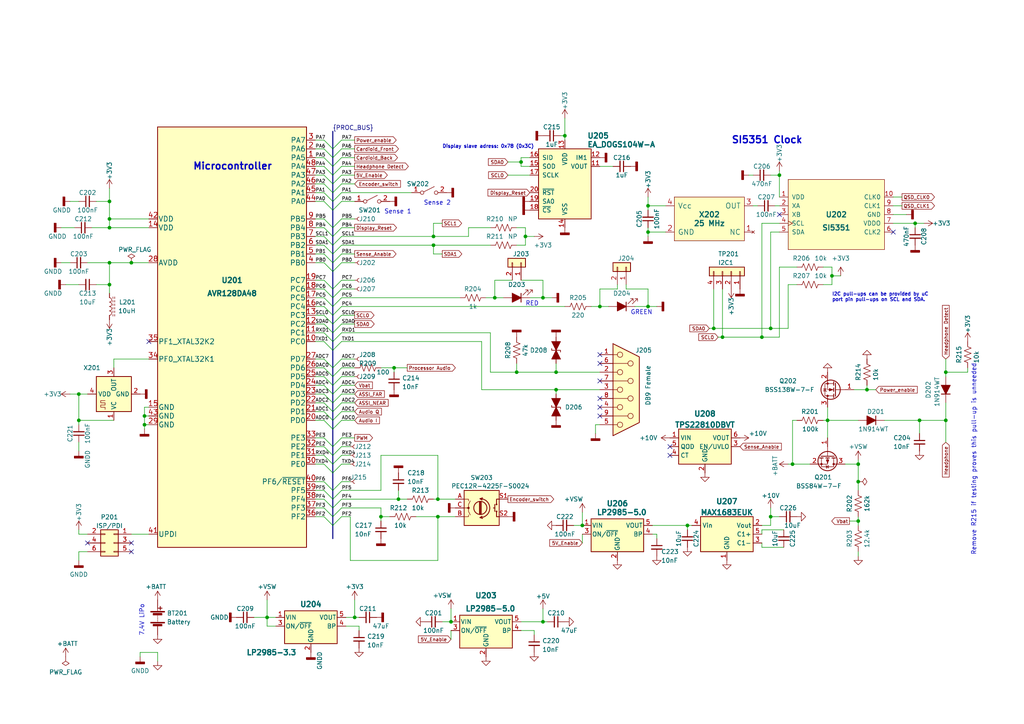
<source format=kicad_sch>
(kicad_sch (version 20211123) (generator eeschema)
  (paper "A4")
  (title_block (title "SignalSnagger") (date "2024-03-12") (rev "0.301"))
  (bus_alias "PROC_BUS" (members "PA7" "PA6" "PA5" "PA4" "PA3" "PA2" "PA1" "PA0" "PB5" "PB4" "SCL1" "SDA1" "PB1" "PB0" "PC7" "PC6" "PC5" "PC4" "SCL0" "SDA0" "RXD1" "TXD1" "ADC7" "DAC0" "ADC5" "ADC4" "ADC3" "ADC2" "ADC1" "ADC0" "PE3" "PE2" "RXD4" "TXD4" "PF6" "PF5" "PF4" "PF3" "PF2"))
  (junction (at 226.06 50.8))
  (junction (at 163.83 39.37))
  (junction (at 223.52 149.86))
  (junction (at 22.86 114.3))
  (junction (at 127 144.78))
  (junction (at 110.49 149.86))
  (junction (at 38.1 76.2))
  (junction (at 31.75 76.2))
  (junction (at 207.01 95.25))
  (junction (at 125.73 68.58))
  (junction (at 77.47 179.07))
  (junction (at 31.75 66.04))
  (junction (at 274.32 121.92))
  (junction (at 157.48 180.34))
  (junction (at 248.92 151.13))
  (junction (at 266.7 121.92))
  (junction (at 248.92 139.7))
  (junction (at 152.4 68.58))
  (junction (at 240.03 121.92))
  (junction (at 161.29 113.03))
  (junction (at 187.96 67.31))
  (junction (at 143.51 86.36))
  (junction (at 161.29 107.95))
  (junction (at 31.75 63.5))
  (junction (at 274.32 107.95))
  (junction (at 31.75 82.55))
  (junction (at 22.86 121.92))
  (junction (at 41.91 120.65))
  (junction (at 209.55 97.79))
  (junction (at 251.46 113.03))
  (junction (at 157.48 86.36))
  (junction (at 130.81 180.34))
  (junction (at 127 149.86))
  (junction (at 149.86 107.95))
  (junction (at 241.3 80.01))
  (junction (at 187.96 59.69))
  (junction (at 41.91 123.19))
  (junction (at 187.96 88.9))
  (junction (at 265.43 64.77))
  (junction (at 102.87 179.07))
  (junction (at 31.75 58.42))
  (junction (at 151.13 46.99))
  (junction (at 125.73 71.12))
  (junction (at 115.57 144.78))
  (junction (at 220.98 97.79))
  (junction (at 168.91 152.4))
  (junction (at 229.87 134.62))
  (junction (at 114.3 106.68))
  (junction (at 248.92 134.62))
  (junction (at 223.52 95.25))
  (junction (at 173.99 88.9))
  (junction (at 199.39 152.4))
  (no_connect (at 194.31 132.08))
  (no_connect (at 25.4 157.48))
  (no_connect (at 173.99 120.65))
  (no_connect (at 173.99 110.49))
  (no_connect (at 43.18 99.06))
  (no_connect (at 194.31 129.54))
  (no_connect (at 38.1 160.02))
  (no_connect (at 259.08 67.31))
  (no_connect (at 226.06 62.23))
  (no_connect (at 173.99 102.87))
  (no_connect (at 173.99 105.41))
  (no_connect (at 173.99 115.57))
  (no_connect (at 173.99 118.11))
  (no_connect (at 38.1 157.48))
  (bus_entry (at 96.52 152.4) (size 2.54 -2.54))
  (bus_entry (at 93.98 114.3) (size 2.54 2.54))
  (bus_entry (at 96.52 147.32) (size 2.54 -2.54))
  (bus_entry (at 93.98 147.32) (size 2.54 2.54))
  (bus_entry (at 93.98 88.9) (size 2.54 2.54))
  (bus_entry (at 93.98 129.54) (size 2.54 2.54))
  (bus_entry (at 93.98 53.34) (size 2.54 2.54))
  (bus_entry (at 96.52 55.88) (size 2.54 -2.54))
  (bus_entry (at 96.52 109.22) (size 2.54 -2.54))
  (bus_entry (at 93.98 132.08) (size 2.54 2.54))
  (bus_entry (at 96.52 66.04) (size 2.54 -2.54))
  (bus_entry (at 93.98 91.44) (size 2.54 2.54))
  (bus_entry (at 96.52 142.24) (size 2.54 -2.54))
  (bus_entry (at 96.52 88.9) (size 2.54 -2.54))
  (bus_entry (at 93.98 48.26) (size 2.54 2.54))
  (bus_entry (at 93.98 149.86) (size 2.54 2.54))
  (bus_entry (at 96.52 99.06) (size 2.54 -2.54))
  (bus_entry (at 96.52 48.26) (size 2.54 -2.54))
  (bus_entry (at 96.52 101.6) (size 2.54 -2.54))
  (bus_entry (at 93.98 58.42) (size 2.54 2.54))
  (bus_entry (at 96.52 53.34) (size 2.54 -2.54))
  (bus_entry (at 96.52 116.84) (size 2.54 -2.54))
  (bus_entry (at 93.98 144.78) (size 2.54 2.54))
  (bus_entry (at 93.98 116.84) (size 2.54 2.54))
  (bus_entry (at 96.52 96.52) (size 2.54 -2.54))
  (bus_entry (at 96.52 149.86) (size 2.54 -2.54))
  (bus_entry (at 96.52 144.78) (size 2.54 -2.54))
  (bus_entry (at 96.52 58.42) (size 2.54 -2.54))
  (bus_entry (at 96.52 114.3) (size 2.54 -2.54))
  (bus_entry (at 93.98 139.7) (size 2.54 2.54))
  (bus_entry (at 96.52 71.12) (size 2.54 -2.54))
  (bus_entry (at 96.52 137.16) (size 2.54 -2.54))
  (bus_entry (at 96.52 83.82) (size 2.54 -2.54))
  (bus_entry (at 93.98 121.92) (size 2.54 2.54))
  (bus_entry (at 93.98 106.68) (size 2.54 2.54))
  (bus_entry (at 93.98 134.62) (size 2.54 2.54))
  (bus_entry (at 96.52 93.98) (size 2.54 -2.54))
  (bus_entry (at 96.52 111.76) (size 2.54 -2.54))
  (bus_entry (at 96.52 50.8) (size 2.54 -2.54))
  (bus_entry (at 96.52 129.54) (size 2.54 -2.54))
  (bus_entry (at 93.98 40.64) (size 2.54 2.54))
  (bus_entry (at 93.98 43.18) (size 2.54 2.54))
  (bus_entry (at 93.98 142.24) (size 2.54 2.54))
  (bus_entry (at 96.52 68.58) (size 2.54 -2.54))
  (bus_entry (at 96.52 106.68) (size 2.54 -2.54))
  (bus_entry (at 93.98 71.12) (size 2.54 2.54))
  (bus_entry (at 93.98 104.14) (size 2.54 2.54))
  (bus_entry (at 96.52 119.38) (size 2.54 -2.54))
  (bus_entry (at 96.52 60.96) (size 2.54 -2.54))
  (bus_entry (at 93.98 63.5) (size 2.54 2.54))
  (bus_entry (at 96.52 134.62) (size 2.54 -2.54))
  (bus_entry (at 96.52 78.74) (size 2.54 -2.54))
  (bus_entry (at 93.98 127) (size 2.54 2.54))
  (bus_entry (at 93.98 111.76) (size 2.54 2.54))
  (bus_entry (at 93.98 83.82) (size 2.54 2.54))
  (bus_entry (at 96.52 43.18) (size 2.54 -2.54))
  (bus_entry (at 96.52 91.44) (size 2.54 -2.54))
  (bus_entry (at 93.98 68.58) (size 2.54 2.54))
  (bus_entry (at 93.98 45.72) (size 2.54 2.54))
  (bus_entry (at 96.52 76.2) (size 2.54 -2.54))
  (bus_entry (at 96.52 45.72) (size 2.54 -2.54))
  (bus_entry (at 93.98 76.2) (size 2.54 2.54))
  (bus_entry (at 93.98 81.28) (size 2.54 2.54))
  (bus_entry (at 93.98 66.04) (size 2.54 2.54))
  (bus_entry (at 96.52 132.08) (size 2.54 -2.54))
  (bus_entry (at 96.52 73.66) (size 2.54 -2.54))
  (bus_entry (at 96.52 121.92) (size 2.54 -2.54))
  (bus_entry (at 93.98 99.06) (size 2.54 2.54))
  (bus_entry (at 93.98 119.38) (size 2.54 2.54))
  (bus_entry (at 96.52 124.46) (size 2.54 -2.54))
  (bus_entry (at 93.98 86.36) (size 2.54 2.54))
  (bus_entry (at 93.98 73.66) (size 2.54 2.54))
  (bus_entry (at 93.98 55.88) (size 2.54 2.54))
  (bus_entry (at 96.52 86.36) (size 2.54 -2.54))
  (bus_entry (at 93.98 109.22) (size 2.54 2.54))
  (bus_entry (at 93.98 50.8) (size 2.54 2.54))
  (bus_entry (at 93.98 93.98) (size 2.54 2.54))
  (bus_entry (at 93.98 96.52) (size 2.54 2.54))
  (bus (pts (xy 96.52 78.74) (xy 96.52 83.82)))
  (wire (pts (xy 115.57 144.78) (xy 118.11 144.78)))
  (wire (pts (xy 115.57 142.24) (xy 115.57 144.78)))
  (wire (pts (xy 184.15 88.9) (xy 187.96 88.9)))
  (wire (pts (xy 93.98 119.38) (xy 91.44 119.38)))
  (wire (pts (xy 143.51 81.28) (xy 148.59 81.28)))
  (wire (pts (xy 99.06 134.62) (xy 101.6 134.62)))
  (wire (pts (xy 99.06 45.72) (xy 102.87 45.72)))
  (bus (pts (xy 96.52 88.9) (xy 96.52 91.44)))
  (bus (pts (xy 96.52 43.18) (xy 96.52 45.72)))
  (wire (pts (xy 22.86 114.3) (xy 25.4 114.3)))
  (bus (pts (xy 96.52 93.98) (xy 96.52 96.52)))
  (wire (pts (xy 248.92 133.35) (xy 248.92 134.62)))
  (wire (pts (xy 31.75 66.04) (xy 43.18 66.04)))
  (wire (pts (xy 147.32 50.8) (xy 153.67 50.8)))
  (wire (pts (xy 22.86 130.81) (xy 22.86 128.27)))
  (wire (pts (xy 110.49 147.32) (xy 110.49 149.86)))
  (wire (pts (xy 93.98 73.66) (xy 91.44 73.66)))
  (wire (pts (xy 22.86 82.55) (xy 19.05 82.55)))
  (wire (pts (xy 99.06 76.2) (xy 102.87 76.2)))
  (bus (pts (xy 96.52 71.12) (xy 96.52 73.66)))
  (wire (pts (xy 91.44 43.18) (xy 93.98 43.18)))
  (wire (pts (xy 157.48 180.34) (xy 158.75 180.34)))
  (wire (pts (xy 142.24 107.95) (xy 149.86 107.95)))
  (wire (pts (xy 101.6 149.86) (xy 101.6 162.56)))
  (wire (pts (xy 142.24 96.52) (xy 142.24 107.95)))
  (wire (pts (xy 217.17 50.8) (xy 218.44 50.8)))
  (bus (pts (xy 96.52 83.82) (xy 96.52 86.36)))
  (wire (pts (xy 130.81 176.53) (xy 130.81 180.34)))
  (wire (pts (xy 238.76 121.92) (xy 240.03 121.92)))
  (wire (pts (xy 99.06 99.06) (xy 139.7 99.06)))
  (bus (pts (xy 96.52 119.38) (xy 96.52 121.92)))
  (wire (pts (xy 241.3 80.01) (xy 241.3 82.55)))
  (wire (pts (xy 154.94 184.15) (xy 154.94 182.88)))
  (wire (pts (xy 93.98 71.12) (xy 91.44 71.12)))
  (wire (pts (xy 228.6 82.55) (xy 228.6 95.25)))
  (bus (pts (xy 96.52 116.84) (xy 96.52 119.38)))
  (wire (pts (xy 22.86 160.02) (xy 22.86 162.56)))
  (wire (pts (xy 218.44 59.69) (xy 219.71 59.69)))
  (wire (pts (xy 226.06 49.53) (xy 226.06 50.8)))
  (wire (pts (xy 91.44 116.84) (xy 93.98 116.84)))
  (wire (pts (xy 149.86 66.04) (xy 152.4 66.04)))
  (wire (pts (xy 33.02 104.14) (xy 43.18 104.14)))
  (wire (pts (xy 38.1 154.94) (xy 43.18 154.94)))
  (wire (pts (xy 168.91 148.59) (xy 168.91 152.4)))
  (wire (pts (xy 99.06 73.66) (xy 102.87 73.66)))
  (wire (pts (xy 93.98 81.28) (xy 91.44 81.28)))
  (wire (pts (xy 99.06 111.76) (xy 102.87 111.76)))
  (wire (pts (xy 104.14 182.88) (xy 104.14 181.61)))
  (bus (pts (xy 96.52 96.52) (xy 96.52 99.06)))
  (wire (pts (xy 99.06 147.32) (xy 110.49 147.32)))
  (wire (pts (xy 127 149.86) (xy 127 162.56)))
  (wire (pts (xy 187.96 88.9) (xy 187.96 83.82)))
  (wire (pts (xy 157.48 81.28) (xy 151.13 81.28)))
  (wire (pts (xy 17.78 76.2) (xy 20.32 76.2)))
  (wire (pts (xy 220.98 64.77) (xy 226.06 64.77)))
  (wire (pts (xy 140.97 86.36) (xy 143.51 86.36)))
  (wire (pts (xy 125.73 71.12) (xy 142.24 71.12)))
  (wire (pts (xy 161.29 114.3) (xy 161.29 113.03)))
  (wire (pts (xy 187.96 57.15) (xy 187.96 59.69)))
  (wire (pts (xy 229.87 134.62) (xy 234.95 134.62)))
  (bus (pts (xy 96.52 86.36) (xy 96.52 88.9)))
  (wire (pts (xy 91.44 45.72) (xy 93.98 45.72)))
  (bus (pts (xy 96.52 111.76) (xy 96.52 114.3)))
  (wire (pts (xy 274.32 107.95) (xy 274.32 109.22)))
  (wire (pts (xy 223.52 95.25) (xy 223.52 67.31)))
  (wire (pts (xy 259.08 57.15) (xy 261.62 57.15)))
  (bus (pts (xy 96.52 134.62) (xy 96.52 137.16)))
  (bus (pts (xy 96.52 147.32) (xy 96.52 149.86)))
  (wire (pts (xy 228.6 134.62) (xy 229.87 134.62)))
  (wire (pts (xy 99.06 66.04) (xy 102.87 66.04)))
  (wire (pts (xy 20.32 58.42) (xy 22.86 58.42)))
  (wire (pts (xy 240.03 127) (xy 240.03 121.92)))
  (wire (pts (xy 226.06 50.8) (xy 226.06 57.15)))
  (bus (pts (xy 96.52 68.58) (xy 96.52 71.12)))
  (wire (pts (xy 93.98 142.24) (xy 91.44 142.24)))
  (wire (pts (xy 187.96 83.82) (xy 181.61 83.82)))
  (wire (pts (xy 248.92 151.13) (xy 248.92 152.4)))
  (wire (pts (xy 168.91 157.48) (xy 168.91 154.94)))
  (wire (pts (xy 153.67 48.26) (xy 151.13 48.26)))
  (wire (pts (xy 189.23 152.4) (xy 199.39 152.4)))
  (wire (pts (xy 31.75 54.61) (xy 31.75 58.42)))
  (wire (pts (xy 224.79 59.69) (xy 226.06 59.69)))
  (wire (pts (xy 91.44 63.5) (xy 93.98 63.5)))
  (wire (pts (xy 41.91 118.11) (xy 41.91 120.65)))
  (wire (pts (xy 120.65 149.86) (xy 127 149.86)))
  (wire (pts (xy 25.4 154.94) (xy 22.86 154.94)))
  (wire (pts (xy 187.96 66.04) (xy 187.96 67.31)))
  (wire (pts (xy 99.06 116.84) (xy 102.87 116.84)))
  (wire (pts (xy 151.13 45.72) (xy 153.67 45.72)))
  (wire (pts (xy 267.97 64.77) (xy 265.43 64.77)))
  (wire (pts (xy 22.86 121.92) (xy 22.86 114.3)))
  (wire (pts (xy 220.98 157.48) (xy 220.98 158.75)))
  (wire (pts (xy 93.98 68.58) (xy 91.44 68.58)))
  (wire (pts (xy 99.06 53.34) (xy 102.87 53.34)))
  (wire (pts (xy 27.94 82.55) (xy 31.75 82.55)))
  (wire (pts (xy 152.4 68.58) (xy 152.4 71.12)))
  (wire (pts (xy 262.89 62.23) (xy 259.08 62.23)))
  (wire (pts (xy 101.6 162.56) (xy 127 162.56)))
  (wire (pts (xy 187.96 88.9) (xy 190.5 88.9)))
  (bus (pts (xy 96.52 149.86) (xy 96.52 152.4)))
  (wire (pts (xy 240.03 121.92) (xy 248.92 121.92)))
  (wire (pts (xy 173.99 88.9) (xy 176.53 88.9)))
  (wire (pts (xy 220.98 153.67) (xy 227.33 153.67)))
  (wire (pts (xy 93.98 127) (xy 91.44 127)))
  (wire (pts (xy 93.98 76.2) (xy 91.44 76.2)))
  (wire (pts (xy 114.3 106.68) (xy 118.11 106.68)))
  (bus (pts (xy 96.52 58.42) (xy 96.52 60.96)))
  (wire (pts (xy 173.99 88.9) (xy 173.99 83.82)))
  (wire (pts (xy 157.48 86.36) (xy 160.02 86.36)))
  (wire (pts (xy 110.49 132.08) (xy 127 132.08)))
  (wire (pts (xy 220.98 97.79) (xy 220.98 64.77)))
  (wire (pts (xy 181.61 83.82) (xy 181.61 82.55)))
  (wire (pts (xy 179.07 83.82) (xy 179.07 82.55)))
  (wire (pts (xy 110.49 149.86) (xy 113.03 149.86)))
  (wire (pts (xy 99.06 48.26) (xy 102.87 48.26)))
  (wire (pts (xy 93.98 149.86) (xy 91.44 149.86)))
  (wire (pts (xy 220.98 154.94) (xy 220.98 153.67)))
  (wire (pts (xy 190.5 154.94) (xy 189.23 154.94)))
  (wire (pts (xy 161.29 113.03) (xy 173.99 113.03)))
  (wire (pts (xy 93.98 93.98) (xy 91.44 93.98)))
  (wire (pts (xy 223.52 152.4) (xy 223.52 149.86)))
  (wire (pts (xy 99.06 68.58) (xy 125.73 68.58)))
  (wire (pts (xy 274.32 104.14) (xy 274.32 107.95)))
  (wire (pts (xy 152.4 66.04) (xy 152.4 68.58)))
  (wire (pts (xy 93.98 129.54) (xy 91.44 129.54)))
  (wire (pts (xy 248.92 134.62) (xy 248.92 139.7)))
  (wire (pts (xy 128.27 64.77) (xy 125.73 64.77)))
  (wire (pts (xy 173.99 83.82) (xy 179.07 83.82)))
  (wire (pts (xy 125.73 68.58) (xy 135.89 68.58)))
  (wire (pts (xy 246.38 151.13) (xy 248.92 151.13)))
  (wire (pts (xy 266.7 121.92) (xy 266.7 125.73)))
  (wire (pts (xy 99.06 129.54) (xy 101.6 129.54)))
  (wire (pts (xy 93.98 83.82) (xy 91.44 83.82)))
  (wire (pts (xy 99.06 81.28) (xy 102.87 81.28)))
  (wire (pts (xy 125.73 144.78) (xy 127 144.78)))
  (bus (pts (xy 96.52 45.72) (xy 96.52 48.26)))
  (wire (pts (xy 243.84 80.01) (xy 241.3 80.01)))
  (wire (pts (xy 43.18 118.11) (xy 41.91 118.11)))
  (wire (pts (xy 26.67 66.04) (xy 31.75 66.04)))
  (wire (pts (xy 110.49 142.24) (xy 110.49 132.08)))
  (wire (pts (xy 231.14 82.55) (xy 228.6 82.55)))
  (bus (pts (xy 96.52 50.8) (xy 96.52 53.34)))
  (wire (pts (xy 93.98 40.64) (xy 91.44 40.64)))
  (wire (pts (xy 149.86 107.95) (xy 161.29 107.95)))
  (wire (pts (xy 147.32 46.99) (xy 151.13 46.99)))
  (wire (pts (xy 43.18 120.65) (xy 41.91 120.65)))
  (wire (pts (xy 280.67 106.68) (xy 280.67 107.95)))
  (wire (pts (xy 166.37 152.4) (xy 168.91 152.4)))
  (wire (pts (xy 99.06 104.14) (xy 102.87 104.14)))
  (wire (pts (xy 77.47 179.07) (xy 80.01 179.07)))
  (wire (pts (xy 93.98 104.14) (xy 91.44 104.14)))
  (wire (pts (xy 128.27 73.66) (xy 125.73 73.66)))
  (wire (pts (xy 177.8 48.26) (xy 173.99 48.26)))
  (wire (pts (xy 99.06 63.5) (xy 102.87 63.5)))
  (wire (pts (xy 77.47 173.99) (xy 77.47 179.07)))
  (bus (pts (xy 96.52 132.08) (xy 96.52 134.62)))
  (wire (pts (xy 99.06 149.86) (xy 101.6 149.86)))
  (wire (pts (xy 73.66 179.07) (xy 77.47 179.07)))
  (wire (pts (xy 99.06 88.9) (xy 163.83 88.9)))
  (wire (pts (xy 31.75 82.55) (xy 31.75 85.09)))
  (wire (pts (xy 99.06 55.88) (xy 119.38 55.88)))
  (wire (pts (xy 22.86 121.92) (xy 33.02 121.92)))
  (wire (pts (xy 161.29 107.95) (xy 173.99 107.95)))
  (bus (pts (xy 96.52 137.16) (xy 96.52 142.24)))
  (wire (pts (xy 104.14 181.61) (xy 100.33 181.61)))
  (bus (pts (xy 96.52 60.96) (xy 96.52 66.04)))
  (bus (pts (xy 96.52 55.88) (xy 96.52 58.42)))
  (wire (pts (xy 127 149.86) (xy 132.08 149.86)))
  (wire (pts (xy 99.06 40.64) (xy 102.87 40.64)))
  (wire (pts (xy 163.83 34.29) (xy 163.83 39.37)))
  (wire (pts (xy 99.06 86.36) (xy 133.35 86.36)))
  (wire (pts (xy 241.3 77.47) (xy 241.3 80.01)))
  (wire (pts (xy 77.47 181.61) (xy 77.47 179.07)))
  (wire (pts (xy 209.55 97.79) (xy 220.98 97.79)))
  (wire (pts (xy 40.64 190.5) (xy 40.64 189.23)))
  (wire (pts (xy 91.44 55.88) (xy 93.98 55.88)))
  (wire (pts (xy 99.06 43.18) (xy 102.87 43.18)))
  (wire (pts (xy 238.76 77.47) (xy 241.3 77.47)))
  (bus (pts (xy 96.52 142.24) (xy 96.52 144.78)))
  (wire (pts (xy 190.5 156.21) (xy 190.5 154.94)))
  (wire (pts (xy 110.49 106.68) (xy 114.3 106.68)))
  (wire (pts (xy 172.72 123.19) (xy 173.99 123.19)))
  (wire (pts (xy 143.51 86.36) (xy 143.51 81.28)))
  (wire (pts (xy 128.27 180.34) (xy 130.81 180.34)))
  (wire (pts (xy 223.52 50.8) (xy 226.06 50.8)))
  (wire (pts (xy 100.33 179.07) (xy 102.87 179.07)))
  (wire (pts (xy 33.02 106.68) (xy 33.02 104.14)))
  (wire (pts (xy 161.29 105.41) (xy 161.29 107.95)))
  (wire (pts (xy 153.67 86.36) (xy 157.48 86.36)))
  (wire (pts (xy 91.44 50.8) (xy 93.98 50.8)))
  (wire (pts (xy 93.98 114.3) (xy 91.44 114.3)))
  (wire (pts (xy 93.98 99.06) (xy 91.44 99.06)))
  (wire (pts (xy 154.94 182.88) (xy 151.13 182.88)))
  (wire (pts (xy 265.43 66.04) (xy 265.43 64.77)))
  (wire (pts (xy 102.87 179.07) (xy 102.87 173.99)))
  (wire (pts (xy 157.48 86.36) (xy 157.48 81.28)))
  (wire (pts (xy 240.03 118.11) (xy 240.03 121.92)))
  (wire (pts (xy 31.75 63.5) (xy 31.75 66.04)))
  (wire (pts (xy 45.72 189.23) (xy 45.72 191.77)))
  (wire (pts (xy 266.7 121.92) (xy 274.32 121.92)))
  (wire (pts (xy 93.98 109.22) (xy 91.44 109.22)))
  (wire (pts (xy 151.13 46.99) (xy 151.13 45.72)))
  (wire (pts (xy 93.98 88.9) (xy 91.44 88.9)))
  (wire (pts (xy 99.06 71.12) (xy 125.73 71.12)))
  (wire (pts (xy 99.06 109.22) (xy 102.87 109.22)))
  (wire (pts (xy 93.98 132.08) (xy 91.44 132.08)))
  (wire (pts (xy 99.06 114.3) (xy 102.87 114.3)))
  (wire (pts (xy 274.32 116.84) (xy 274.32 121.92)))
  (bus (pts (xy 96.52 73.66) (xy 96.52 76.2)))
  (wire (pts (xy 20.32 114.3) (xy 22.86 114.3)))
  (wire (pts (xy 187.96 59.69) (xy 193.04 59.69)))
  (wire (pts (xy 41.91 123.19) (xy 41.91 124.46)))
  (wire (pts (xy 139.7 113.03) (xy 161.29 113.03)))
  (wire (pts (xy 208.28 97.79) (xy 209.55 97.79)))
  (wire (pts (xy 38.1 76.2) (xy 43.18 76.2)))
  (wire (pts (xy 207.01 83.82) (xy 207.01 95.25)))
  (wire (pts (xy 99.06 144.78) (xy 115.57 144.78)))
  (wire (pts (xy 248.92 139.7) (xy 248.92 142.24)))
  (wire (pts (xy 157.48 180.34) (xy 157.48 176.53)))
  (wire (pts (xy 207.01 95.25) (xy 223.52 95.25)))
  (wire (pts (xy 256.54 121.92) (xy 266.7 121.92)))
  (wire (pts (xy 205.74 95.25) (xy 207.01 95.25)))
  (wire (pts (xy 223.52 95.25) (xy 228.6 95.25)))
  (wire (pts (xy 41.91 120.65) (xy 41.91 123.19)))
  (bus (pts (xy 96.52 152.4) (xy 96.52 156.21)))
  (wire (pts (xy 40.64 189.23) (xy 45.72 189.23)))
  (wire (pts (xy 280.67 107.95) (xy 274.32 107.95)))
  (wire (pts (xy 220.98 97.79) (xy 226.06 97.79)))
  (wire (pts (xy 199.39 152.4) (xy 200.66 152.4)))
  (wire (pts (xy 31.75 63.5) (xy 43.18 63.5)))
  (wire (pts (xy 127 132.08) (xy 127 144.78)))
  (wire (pts (xy 172.72 125.73) (xy 172.72 123.19)))
  (wire (pts (xy 199.39 153.67) (xy 199.39 152.4)))
  (wire (pts (xy 125.73 64.77) (xy 125.73 68.58)))
  (wire (pts (xy 93.98 86.36) (xy 91.44 86.36)))
  (bus (pts (xy 96.52 38.1) (xy 96.52 43.18)))
  (wire (pts (xy 91.44 48.26) (xy 93.98 48.26)))
  (wire (pts (xy 99.06 83.82) (xy 102.87 83.82)))
  (wire (pts (xy 31.75 76.2) (xy 31.75 82.55)))
  (wire (pts (xy 220.98 152.4) (xy 223.52 152.4)))
  (bus (pts (xy 96.52 76.2) (xy 96.52 78.74)))
  (wire (pts (xy 102.87 179.07) (xy 104.14 179.07)))
  (wire (pts (xy 99.06 132.08) (xy 101.6 132.08)))
  (wire (pts (xy 93.98 147.32) (xy 91.44 147.32)))
  (bus (pts (xy 96.52 121.92) (xy 96.52 124.46)))
  (wire (pts (xy 93.98 66.04) (xy 91.44 66.04)))
  (wire (pts (xy 151.13 48.26) (xy 151.13 46.99)))
  (wire (pts (xy 17.78 66.04) (xy 21.59 66.04)))
  (wire (pts (xy 25.4 160.02) (xy 22.86 160.02)))
  (wire (pts (xy 110.49 149.86) (xy 110.49 151.13)))
  (wire (pts (xy 187.96 67.31) (xy 193.04 67.31)))
  (bus (pts (xy 96.52 91.44) (xy 96.52 93.98)))
  (wire (pts (xy 251.46 113.03) (xy 247.65 113.03)))
  (wire (pts (xy 220.98 158.75) (xy 227.33 158.75)))
  (wire (pts (xy 99.06 121.92) (xy 102.87 121.92)))
  (wire (pts (xy 99.06 139.7) (xy 101.6 139.7)))
  (wire (pts (xy 127 144.78) (xy 132.08 144.78)))
  (wire (pts (xy 274.32 128.27) (xy 274.32 121.92)))
  (wire (pts (xy 171.45 88.9) (xy 173.99 88.9)))
  (wire (pts (xy 99.06 50.8) (xy 102.87 50.8)))
  (wire (pts (xy 22.86 123.19) (xy 22.86 121.92)))
  (wire (pts (xy 142.24 96.52) (xy 99.06 96.52)))
  (wire (pts (xy 22.86 154.94) (xy 22.86 153.67)))
  (wire (pts (xy 229.87 121.92) (xy 229.87 134.62)))
  (wire (pts (xy 231.14 77.47) (xy 226.06 77.47)))
  (wire (pts (xy 226.06 77.47) (xy 226.06 97.79)))
  (wire (pts (xy 93.98 139.7) (xy 91.44 139.7)))
  (wire (pts (xy 154.94 68.58) (xy 152.4 68.58)))
  (wire (pts (xy 135.89 66.04) (xy 135.89 68.58)))
  (bus (pts (xy 96.52 101.6) (xy 96.52 106.68)))
  (wire (pts (xy 80.01 181.61) (xy 77.47 181.61)))
  (wire (pts (xy 125.73 73.66) (xy 125.73 71.12)))
  (wire (pts (xy 142.24 66.04) (xy 135.89 66.04)))
  (bus (pts (xy 96.52 129.54) (xy 96.52 132.08)))
  (wire (pts (xy 231.14 121.92) (xy 229.87 121.92)))
  (wire (pts (xy 93.98 106.68) (xy 91.44 106.68)))
  (wire (pts (xy 151.13 180.34) (xy 157.48 180.34)))
  (bus (pts (xy 96.52 66.04) (xy 96.52 68.58)))
  (wire (pts (xy 223.52 149.86) (xy 226.06 149.86)))
  (wire (pts (xy 251.46 111.76) (xy 251.46 113.03)))
  (bus (pts (xy 96.52 48.26) (xy 96.52 50.8)))
  (wire (pts (xy 162.56 39.37) (xy 163.83 39.37)))
  (wire (pts (xy 139.7 99.06) (xy 139.7 113.03)))
  (wire (pts (xy 209.55 83.82) (xy 209.55 97.79)))
  (wire (pts (xy 99.06 127) (xy 102.87 127)))
  (bus (pts (xy 96.52 99.06) (xy 96.52 101.6)))
  (wire (pts (xy 91.44 53.34) (xy 93.98 53.34)))
  (wire (pts (xy 259.08 64.77) (xy 265.43 64.77)))
  (bus (pts (xy 96.52 144.78) (xy 96.52 147.32)))
  (bus (pts (xy 96.52 124.46) (xy 96.52 129.54)))
  (wire (pts (xy 93.98 121.92) (xy 91.44 121.92)))
  (wire (pts (xy 93.98 144.78) (xy 91.44 144.78)))
  (wire (pts (xy 102.87 93.98) (xy 99.06 93.98)))
  (wire (pts (xy 93.98 111.76) (xy 91.44 111.76)))
  (bus (pts (xy 96.52 109.22) (xy 96.52 111.76)))
  (wire (pts (xy 187.96 59.69) (xy 187.96 60.96)))
  (wire (pts (xy 254 113.03) (xy 251.46 113.03)))
  (wire (pts (xy 248.92 161.29) (xy 248.92 160.02)))
  (wire (pts (xy 114.3 106.68) (xy 114.3 107.95)))
  (wire (pts (xy 261.62 59.69) (xy 259.08 59.69)))
  (wire (pts (xy 99.06 58.42) (xy 102.87 58.42)))
  (wire (pts (xy 93.98 91.44) (xy 91.44 91.44)))
  (wire (pts (xy 99.06 91.44) (xy 102.87 91.44)))
  (wire (pts (xy 31.75 58.42) (xy 31.75 63.5)))
  (wire (pts (xy 93.98 96.52) (xy 91.44 96.52)))
  (wire (pts (xy 245.11 134.62) (xy 248.92 134.62)))
  (wire (pts (xy 99.06 106.68) (xy 102.87 106.68)))
  (wire (pts (xy 31.75 76.2) (xy 38.1 76.2)))
  (wire (pts (xy 99.06 119.38) (xy 102.87 119.38)))
  (bus (pts (xy 96.52 106.68) (xy 96.52 109.22)))
  (wire (pts (xy 27.94 58.42) (xy 31.75 58.42)))
  (wire (pts (xy 187.96 67.31) (xy 187.96 68.58)))
  (wire (pts (xy 93.98 134.62) (xy 91.44 134.62)))
  (wire (pts (xy 223.52 67.31) (xy 226.06 67.31)))
  (bus (pts (xy 96.52 114.3) (xy 96.52 116.84)))
  (wire (pts (xy 223.52 149.86) (xy 223.52 147.32)))
  (wire (pts (xy 99.06 142.24) (xy 110.49 142.24)))
  (wire (pts (xy 91.44 58.42) (xy 93.98 58.42)))
  (bus (pts (xy 96.52 53.34) (xy 96.52 55.88)))
  (wire (pts (xy 143.51 86.36) (xy 146.05 86.36)))
  (wire (pts (xy 130.81 185.42) (xy 130.81 182.88)))
  (wire (pts (xy 43.18 123.19) (xy 41.91 123.19)))
  (wire (pts (xy 31.75 76.2) (xy 25.4 76.2)))
  (wire (pts (xy 248.92 149.86) (xy 248.92 151.13)))
  (wire (pts (xy 152.4 71.12) (xy 149.86 71.12)))
  (wire (pts (xy 149.86 105.41) (xy 149.86 107.95)))
  (wire (pts (xy 241.3 82.55) (xy 238.76 82.55)))
  (wire (pts (xy 163.83 39.37) (xy 163.83 40.64)))
  (text "Remove R215 if testing proves this pull-up is unneeded" (at 283.21 105.41 90) (effects (font (size 1.27 1.27)) (justify right bottom)))
  (text "Sense 2\n" (at 130.81 59.69 180) (effects (font (size 1.27 1.27)) (justify right bottom)))
  (text "I2C pull-ups can be provided by uC \nport pin pull-ups on SCL and SDA." (at 241.3 87.63 0) (effects (font (size 0.9906 0.9906) (thickness 0.1981) bold) (justify left bottom)))
  (text "GREEN" (at 182.88 91.44 0) (effects (font (size 1.27 1.27)) (justify left bottom)))
  (text "Display slave adress: 0x78 (0x3C) " (at 128.27 43.18 0) (effects (font (size 1 1) (thickness 0.2) bold) (justify left bottom)))
  (text "7.4V LiPo" (at 41.91 175.26 270) (effects (font (size 1.27 1.27)) (justify right bottom)))
  (text "Sense 1" (at 119.38 62.23 180) (effects (font (size 1.27 1.27)) (justify right bottom)))
  (text "RED" (at 152.4 88.9 0) (effects (font (size 1.27 1.27)) (justify left bottom)))
  (text "Microcontroller" (at 55.88 49.53 0) (effects (font (size 2.0066 2.0066) (thickness 0.4013) bold) (justify left bottom)))
  (text "SI5351 Clock" (at 212.09 41.91 0) (effects (font (size 2.0066 2.0066) (thickness 0.4013) bold) (justify left bottom)))
  (label "PA4" (at 99.06 48.26 0) (effects (font (size 0.9906 0.9906))))
  (label "PA6" (at 99.06 43.18 0) (effects (font (size 0.9906 0.9906))))
  (label "SCL1" (at 99.06 68.58 0) (effects (font (size 0.9906 0.9906))))
  (label "SCL1" (at 91.44 68.58 0) (effects (font (size 0.9906 0.9906))))
  (label "DAC0" (at 91.44 106.68 0) (effects (font (size 0.9906 0.9906))))
  (label "TXD1" (at 99.06 99.06 0) (effects (font (size 0.9906 0.9906))))
  (label "ADC3" (at 91.44 114.3 0) (effects (font (size 0.9906 0.9906))))
  (label "PA7" (at 91.44 40.64 0) (effects (font (size 0.9906 0.9906))))
  (label "PA3" (at 99.06 50.8 0) (effects (font (size 0.9906 0.9906))))
  (label "PB5" (at 91.44 63.5 0) (effects (font (size 0.9906 0.9906))))
  (label "PF2" (at 99.06 149.86 0) (effects (font (size 0.9906 0.9906))))
  (label "RXD4" (at 91.44 132.08 0) (effects (font (size 0.9906 0.9906))))
  (label "RXD4" (at 99.06 132.08 0) (effects (font (size 0.9906 0.9906))))
  (label "PB0" (at 99.06 76.2 0) (effects (font (size 0.9906 0.9906))))
  (label "PC6" (at 91.44 83.82 0) (effects (font (size 0.9906 0.9906))))
  (label "RXD1" (at 91.44 96.52 0) (effects (font (size 0.9906 0.9906))))
  (label "PA1" (at 99.06 55.88 0) (effects (font (size 0.9906 0.9906))))
  (label "PB4" (at 91.44 66.04 0) (effects (font (size 0.9906 0.9906))))
  (label "PA6" (at 91.44 43.18 0) (effects (font (size 0.9906 0.9906))))
  (label "SDA1" (at 91.44 71.12 0) (effects (font (size 0.9906 0.9906))))
  (label "PF4" (at 99.06 144.78 0) (effects (font (size 0.9906 0.9906))))
  (label "PA1" (at 91.44 55.88 0) (effects (font (size 0.9906 0.9906))))
  (label "SDA1" (at 99.06 71.12 0) (effects (font (size 0.9906 0.9906))))
  (label "ADC2" (at 99.06 116.84 0) (effects (font (size 0.9906 0.9906))))
  (label "PB0" (at 91.44 76.2 0) (effects (font (size 0.9906 0.9906))))
  (label "SDA0" (at 91.44 93.98 0) (effects (font (size 0.9906 0.9906))))
  (label "SCL0" (at 99.06 91.44 0) (effects (font (size 0.9906 0.9906))))
  (label "PA2" (at 99.06 53.34 0) (effects (font (size 0.9906 0.9906))))
  (label "PF4" (at 91.44 144.78 0) (effects (font (size 0.9906 0.9906))))
  (label "PC5" (at 91.44 86.36 0) (effects (font (size 0.9906 0.9906))))
  (label "PC7" (at 91.44 81.28 0) (effects (font (size 0.9906 0.9906))))
  (label "PB5" (at 99.06 63.5 0) (effects (font (size 0.9906 0.9906))))
  (label "ADC7" (at 99.06 104.14 0) (effects (font (size 0.9906 0.9906))))
  (label "PC4" (at 99.06 88.9 0) (effects (font (size 0.9906 0.9906))))
  (label "ADC1" (at 91.44 119.38 0) (effects (font (size 0.9906 0.9906))))
  (label "ADC4" (at 91.44 111.76 0) (effects (font (size 0.9906 0.9906))))
  (label "PF5" (at 91.44 142.24 0) (effects (font (size 0.9906 0.9906))))
  (label "PE3" (at 91.44 127 0) (effects (font (size 0.9906 0.9906))))
  (label "{PROC_BUS}" (at 96.52 38.1 0))
  (label "PA5" (at 99.06 45.72 0) (effects (font (size 0.9906 0.9906))))
  (label "PA5" (at 91.44 45.72 0) (effects (font (size 0.9906 0.9906))))
  (label "PF3" (at 91.44 147.32 0) (effects (font (size 0.9906 0.9906))))
  (label "PE2" (at 91.44 129.54 0) (effects (font (size 0.9906 0.9906))))
  (label "PA0" (at 91.44 58.42 0) (effects (font (size 0.9906 0.9906))))
  (label "ADC4" (at 99.06 111.76 0) (effects (font (size 0.9906 0.9906))))
  (label "SDA0" (at 99.06 93.98 0) (effects (font (size 0.9906 0.9906))))
  (label "SCL0" (at 91.44 91.44 0) (effects (font (size 0.9906 0.9906))))
  (label "ADC3" (at 99.06 114.3 0) (effects (font (size 0.9906 0.9906))))
  (label "PE3" (at 99.06 127 0) (effects (font (size 0.9906 0.9906))))
  (label "PE2" (at 99.06 129.54 0) (effects (font (size 0.9906 0.9906))))
  (label "PA0" (at 99.06 58.42 0) (effects (font (size 0.9906 0.9906))))
  (label "ADC2" (at 91.44 116.84 0) (effects (font (size 0.9906 0.9906))))
  (label "PC7" (at 99.06 81.28 0) (effects (font (size 0.9906 0.9906))))
  (label "PB1" (at 99.06 73.66 0) (effects (font (size 0.9906 0.9906))))
  (label "PA4" (at 91.44 48.26 0) (effects (font (size 0.9906 0.9906))))
  (label "ADC0" (at 91.44 121.92 0) (effects (font (size 0.9906 0.9906))))
  (label "PF5" (at 99.06 142.24 0) (effects (font (size 0.9906 0.9906))))
  (label "PA2" (at 91.44 53.34 0) (effects (font (size 0.9906 0.9906))))
  (label "PB1" (at 91.44 73.66 0) (effects (font (size 0.9906 0.9906))))
  (label "PC5" (at 99.06 86.36 0) (effects (font (size 0.9906 0.9906))))
  (label "PF3" (at 99.06 147.32 0) (effects (font (size 0.9906 0.9906))))
  (label "TXD1" (at 91.44 99.06 0) (effects (font (size 0.9906 0.9906))))
  (label "RXD1" (at 99.06 96.52 0) (effects (font (size 0.9906 0.9906))))
  (label "ADC5" (at 99.06 109.22 0) (effects (font (size 0.9906 0.9906))))
  (label "ADC0" (at 99.06 121.92 0) (effects (font (size 0.9906 0.9906))))
  (label "ADC1" (at 99.06 119.38 0) (effects (font (size 0.9906 0.9906))))
  (label "PC6" (at 99.06 83.82 0) (effects (font (size 0.9906 0.9906))))
  (label "PC4" (at 91.44 88.9 0) (effects (font (size 0.9906 0.9906))))
  (label "TXD4" (at 99.06 134.62 0) (effects (font (size 0.9906 0.9906))))
  (label "TXD4" (at 91.44 134.62 0) (effects (font (size 0.9906 0.9906))))
  (label "ADC5" (at 91.44 109.22 0) (effects (font (size 0.9906 0.9906))))
  (label "PF6" (at 99.06 139.7 0) (effects (font (size 0.9906 0.9906))))
  (label "PF6" (at 91.44 139.7 0) (effects (font (size 0.9906 0.9906))))
  (label "PA3" (at 91.44 50.8 0) (effects (font (size 0.9906 0.9906))))
  (label "PF2" (at 91.44 149.86 0) (effects (font (size 0.9906 0.9906))))
  (label "PB4" (at 99.06 66.04 0) (effects (font (size 0.9906 0.9906))))
  (label "PA7" (at 99.06 40.64 0) (effects (font (size 0.9906 0.9906))))
  (label "DAC0" (at 99.06 106.68 0) (effects (font (size 0.9906 0.9906))))
  (label "ADC7" (at 91.44 104.14 0) (effects (font (size 0.9906 0.9906))))
  (global_label "Audio I" (shape input) (at 102.87 121.92 0) (effects (font (size 1 1))) (property "Intersheet References" "${INTERSHEET_REFS}" (effects hide)))
  (global_label "Encoder_switch" (shape input) (at 102.87 53.34 0) (effects (font (size 1 1))) (property "Intersheet References" "${INTERSHEET_REFS}" (effects hide)))
  (global_label "Sense_Anable" (shape input) (at 214.63 129.54 0) (effects (font (size 1 1))) (property "Intersheet References" "${INTERSHEET_REFS}" (effects hide)))
  (global_label "Power_enable" (shape output) (at 102.87 40.64 0) (effects (font (size 1 1))) (property "Intersheet References" "${INTERSHEET_REFS}" (effects hide)))
  (global_label "Vbat" (shape output) (at 246.38 151.13 180) (effects (font (size 1 1))) (property "Intersheet References" "${INTERSHEET_REFS}" (effects hide)))
  (global_label "Cardioid_Back" (shape output) (at 102.87 45.72 0) (effects (font (size 1 1))) (property "Intersheet References" "${INTERSHEET_REFS}" (effects hide)))
  (global_label "QSD_CLK0" (shape output) (at 261.62 57.15 0) (effects (font (size 1 1))) (property "Intersheet References" "${INTERSHEET_REFS}" (effects hide)))
  (global_label "Sense_Anable" (shape output) (at 102.87 73.66 0) (effects (font (size 1 1))) (property "Intersheet References" "${INTERSHEET_REFS}" (effects hide)))
  (global_label "Processor Audio" (shape output) (at 118.11 106.68 0) (effects (font (size 0.9906 0.9906))) (property "Intersheet References" "${INTERSHEET_REFS}" (effects hide)))
  (global_label "ASSI_NEAR" (shape input) (at 102.87 116.84 0) (effects (font (size 1 1))) (property "Intersheet References" "${INTERSHEET_REFS}" (effects hide)))
  (global_label "SCL0" (shape output) (at 102.87 91.44 0) (effects (font (size 1 1))) (property "Intersheet References" "${INTERSHEET_REFS}" (effects hide)))
  (global_label "5V_Enable" (shape input) (at 168.91 157.48 180) (effects (font (size 1 1))) (property "Intersheet References" "${INTERSHEET_REFS}" (effects hide)))
  (global_label "PWM" (shape output) (at 102.87 127 0) (effects (font (size 1 1))) (property "Intersheet References" "${INTERSHEET_REFS}" (effects hide)))
  (global_label "Power_enable" (shape input) (at 254 113.03 0) (effects (font (size 1 1))) (property "Intersheet References" "${INTERSHEET_REFS}" (effects hide)))
  (global_label "QSD_CLK1" (shape output) (at 261.62 59.69 0) (effects (font (size 1 1))) (property "Intersheet References" "${INTERSHEET_REFS}" (effects hide)))
  (global_label "Cardioid_Front" (shape output) (at 102.87 43.18 0) (effects (font (size 1 1))) (property "Intersheet References" "${INTERSHEET_REFS}" (effects hide)))
  (global_label "SDA1" (shape output) (at 128.27 73.66 0) (effects (font (size 1 1))) (property "Intersheet References" "${INTERSHEET_REFS}" (effects hide)))
  (global_label "Headphone Detect" (shape input) (at 274.32 104.14 90) (effects (font (size 1 1))) (property "Intersheet References" "${INTERSHEET_REFS}" (effects hide)))
  (global_label "SDA0" (shape input) (at 205.74 95.25 180) (effects (font (size 1 1))) (property "Intersheet References" "${INTERSHEET_REFS}" (effects hide)))
  (global_label "Display_Reset" (shape input) (at 153.67 55.88 180) (effects (font (size 1 1))) (property "Intersheet References" "${INTERSHEET_REFS}" (effects hide)))
  (global_label "Encoder_switch" (shape output) (at 147.32 144.78 0) (effects (font (size 1 1))) (property "Intersheet References" "${INTERSHEET_REFS}" (effects hide)))
  (global_label "SCL0" (shape input) (at 208.28 97.79 180) (effects (font (size 1 1))) (property "Intersheet References" "${INTERSHEET_REFS}" (effects hide)))
  (global_label "SDA0" (shape output) (at 102.87 93.98 0) (effects (font (size 1 1))) (property "Intersheet References" "${INTERSHEET_REFS}" (effects hide)))
  (global_label "SDA0" (shape input) (at 147.32 46.99 180) (effects (font (size 1 1))) (property "Intersheet References" "${INTERSHEET_REFS}" (effects hide)))
  (global_label "Audio Q" (shape input) (at 102.87 119.38 0) (effects (font (size 1 1))) (property "Intersheet References" "${INTERSHEET_REFS}" (effects hide)))
  (global_label "SCL0" (shape input) (at 147.32 50.8 180) (effects (font (size 1 1))) (property "Intersheet References" "${INTERSHEET_REFS}" (effects hide)))
  (global_label "SCL1" (shape output) (at 128.27 64.77 0) (effects (font (size 1 1))) (property "Intersheet References" "${INTERSHEET_REFS}" (effects hide)))
  (global_label "Display_Reset" (shape output) (at 102.87 66.04 0) (effects (font (size 1 1))) (property "Intersheet References" "${INTERSHEET_REFS}" (effects hide)))
  (global_label "5V_Enable" (shape input) (at 130.81 185.42 180) (effects (font (size 1 1))) (property "Intersheet References" "${INTERSHEET_REFS}" (effects hide)))
  (global_label "5V_Enable" (shape output) (at 102.87 50.8 0) (effects (font (size 1 1))) (property "Intersheet References" "${INTERSHEET_REFS}" (effects hide)))
  (global_label "Headphone Detect" (shape output) (at 102.87 48.26 0) (effects (font (size 1 1))) (property "Intersheet References" "${INTERSHEET_REFS}" (effects hide)))
  (global_label "Vbat" (shape input) (at 102.87 111.76 0) (effects (font (size 1 1))) (property "Intersheet References" "${INTERSHEET_REFS}" (effects hide)))
  (global_label "Headphone" (shape input) (at 274.32 128.27 270) (effects (font (size 1 1))) (property "Intersheet References" "${INTERSHEET_REFS}" (effects hide)))
  (global_label "ASSI_FAR" (shape input) (at 102.87 114.3 0) (effects (font (size 1 1))) (property "Intersheet References" "${INTERSHEET_REFS}" (effects hide)))
  (symbol (lib_id "Connector:Conn_01x01_Generic") (at 104.14 76.2 0) (unit 1)
    (property "Reference" "J202" (at 104.14 76.2 0) (effects (justify left)))
    (property "Value" "Conn_01x01_Female" (effects hide))
    (property "Footprint" "Oddities:Dummy_Empty" (effects hide))
  )
  (symbol (lib_id "Device:C_Small") (at 24.13 66.04 90) (unit 1)
    (property "Reference" "C212" (at 24.13 63.5 90))
    (property "Value" "100nF" (at 24.13 68.58 90))
    (property "Footprint" "Capacitor_SMD:C_0603_1608Metric" (effects hide))
    (property "Digi-Key Part No." "1276-1006-1-ND" (effects hide))
    (property "Link" "https://www.digikey.com/en/products/detail/samsung-electro-mechanics/CL10B104KA8NNNC/3886664" (effects hide))
    (property "Manufacturer" "Samsung Electro-Mechanics" (effects hide))
    (property "Manufacturer PN" "CL10B104KA8NNNC" (effects hide))
    (property "Description" "CAP CER 0.1UF 25V X7R 0603" (effects hide))
  )
  (symbol (lib_id "power:+3V3") (at 280.67 99.06 0) (unit 1)
    (property "Reference" "#PWR0258" (effects hide))
    (property "Value" "+3V3" (at 280.67 93.98 90))
  )
  (symbol (lib_id "power:GNDD") (at 132.08 147.32 270) (mirror x) (unit 1)
    (property "Reference" "#PWR0227" (effects hide))
    (property "Value" "GNDD" (effects hide))
  )
  (symbol (lib_id "power:+3V3") (at 31.75 54.61 0) (unit 1)
    (property "Reference" "#PWR0213" (effects hide))
    (property "Value" "+3V3" (at 31.75 49.53 90))
  )
  (symbol (lib_id "power:GNDD") (at 161.29 97.79 0) (mirror x) (unit 1)
    (property "Reference" "#PWR0237" (effects hide))
    (property "Value" "GNDD" (effects hide))
  )
  (symbol (lib_id "power:+VSW") (at 77.47 173.99 0) (unit 1)
    (property "Reference" "#PWR0224" (effects hide))
    (property "Value" "+VSW" (at 77.47 170.18 0))
  )
  (symbol (lib_id "power:GND") (at 199.39 158.75 0) (unit 1)
    (property "Reference" "#PWR0268" (effects hide))
    (property "Value" "GND" (effects hide))
  )
  (symbol (lib_id "Device:C_Small") (at 25.4 82.55 270) (mirror x) (unit 1)
    (property "Reference" "C213" (at 25.4 85.09 90))
    (property "Value" "10uF" (at 25.4 87.63 90))
    (property "Footprint" "Capacitor_SMD:C_0603_1608Metric" (effects hide))
    (property "Digi-Key Part No." "490-7198-1-ND" (effects hide))
    (property "Link" "https://www.digikey.com/en/products/detail/murata-electronics/GRM188C81C106MA73D/3900463" (effects hide))
    (property "Manufacturer" "Murata Electronics" (effects hide))
    (property "Manufacturer PN" "GRM188C81C106MA73D" (effects hide))
    (property "Description" "CAP CER 10UF 16V X6S 0603" (effects hide))
  )
  (symbol (lib_id "Device:R_US") (at 251.46 107.95 0) (unit 1)
    (property "Reference" "R214" (at 248.92 110.49 90) (effects (justify left)))
    (property "Value" "10k" (at 254 110.49 90) (effects (justify left)))
    (property "Footprint" "Resistor_SMD:R_0603_1608Metric" (effects hide))
    (property "Digi-Key Part No." "311-10.0KHRCT-ND" (effects hide))
    (property "Link" "https://www.digikey.com/en/products/detail/yageo/RC0603FR-0710KL/726880" (effects hide))
    (property "Manufacturer" "YAGEO" (effects hide))
    (property "Manufacturer PN" "RC0603FR-0710KL" (effects hide))
    (property "Description" "RES 10K OHM 1% 1/10W 0603" (effects hide))
  )
  (symbol (lib_id "Device:C_Small") (at 114.3 110.49 0) (unit 1)
    (property "Reference" "C214" (at 116.6241 109.6616 0) (effects (justify left)))
    (property "Value" "10nF" (at 116.6241 112.1985 0) (effects (justify left)))
    (property "Footprint" "Capacitor_SMD:C_0603_1608Metric" (effects hide))
    (property "Digi-Key Part No." "399-C0603X103J4HACAUTOCT-ND" (effects hide))
    (property "Link" "https://www.digikey.com/short/w78125d0" (effects hide))
    (property "Manufacturer" "KEMET" (effects hide))
    (property "Manufacturer PN" "C0603X103J4HACAUTO" (effects hide))
    (property "Description" "CAP CER 0603 10NF 16V ULTRA STAB" (effects hide))
  )
  (symbol (lib_id "Device:R_Small_US") (at 167.64 88.9 90) (unit 1)
    (property "Reference" "R205" (at 167.64 86.36 90))
    (property "Value" "220" (at 167.64 91.44 90))
    (property "Footprint" "Resistor_SMD:R_0603_1608Metric" (effects hide))
    (property "Digi-Key Part No." "311-220HRCT-ND" (effects hide))
    (property "Link" "https://www.digikey.com/en/products/detail/yageo/RC0603FR-07220RL/727061" (effects hide))
    (property "Manufacturer" "YAGEO" (effects hide))
    (property "Manufacturer PN" "RC0603FR-07220RL" (effects hide))
    (property "Description" "RES 220 OHM 1% 1/10W 0603" (effects hide))
  )
  (symbol (lib_id "Connector:Conn_01x01_Generic") (at 104.14 81.28 0) (unit 1)
    (property "Reference" "J206" (at 104.14 81.28 0) (effects (justify left)))
    (property "Value" "Conn_01x01_Female" (effects hide))
    (property "Footprint" "Oddities:Dummy_Empty" (effects hide))
  )
  (symbol (lib_id "Device:C_Small") (at 199.39 156.21 0) (mirror x) (unit 1)
    (property "Reference" "C224" (at 201.93 156.21 90))
    (property "Value" "10uF" (at 196.85 156.21 90))
    (property "Footprint" "Capacitor_SMD:C_0603_1608Metric" (effects hide))
    (property "Digi-Key Part No." "490-7198-1-ND" (effects hide))
    (property "Link" "https://www.digikey.com/en/products/detail/murata-electronics/GRM188C81C106MA73D/3900463" (effects hide))
    (property "Manufacturer" "Murata Electronics" (effects hide))
    (property "Manufacturer PN" "GRM188C81C106MA73D" (effects hide))
    (property "Description" "CAP CER 10UF 16V X6S 0603" (effects hide))
  )
  (symbol (lib_id "power:+10V_sw") (at 214.63 127 270) (unit 1)
    (property "Reference" "#PWR0274" (effects hide))
    (property "Value" "+10V_sw" (at 217.17 125.73 90) (effects (justify left)))
  )
  (symbol (lib_id "power:GNDD") (at 109.22 179.07 90) (unit 1)
    (property "Reference" "#PWR0229" (effects hide))
    (property "Value" "GNDD" (effects hide))
  )
  (symbol (lib_id "power:GNDD") (at 149.86 97.79 0) (mirror x) (unit 1)
    (property "Reference" "#PWR0230" (effects hide))
    (property "Value" "GNDD" (effects hide))
  )
  (symbol (lib_id "power:PWR_FLAG") (at 248.92 139.7 270) (unit 1)
    (property "Reference" "#FLG0204" (effects hide))
    (property "Value" "PWR_FLAG" (effects hide))
  )
  (symbol (lib_id "Display_Graphic:EA_DOGS104B-A") (at 163.83 53.34 0) (unit 1)
    (property "Reference" "U205" (at 170.18 39.37 0) (effects (font (size 1.54 1.54) bold) (justify left)))
    (property "Value" "EA_DOGS104W-A" (at 170.18 41.91 0) (effects (font (size 1.54 1.54) bold) (justify left)))
    (property "Footprint" "Display:EA_DOGS104X-A" (effects hide))
    (property "Datasheet" "http://www.lcd-module.com/fileadmin/eng/pdf/doma/dogs104e.pdf" (effects hide))
    (property "Digi-Key Part No." "1481-1233-ND" (effects hide))
    (property "Link" "https://www.digikey.com/en/products/detail/display-visions/ea-dogs104w-a/8021520" (effects hide))
    (property "Manufacturer" "Display Visions" (effects hide))
    (property "Manufacturer PN" "EA DOGS104W-A" (effects hide))
    (property "Description" "LCD MOD 40DIG 10X4 TRANSFLECTIVE" (effects hide))
  )
  (symbol (lib_id "power:+10V") (at 194.31 127 90) (mirror x) (unit 1)
    (property "Reference" "#PWR0272" (effects hide))
    (property "Value" "+10V" (at 185.42 127 90) (effects (justify right)))
  )
  (symbol (lib_id "power:GNDD") (at 214.63 83.82 0) (mirror y) (unit 1)
    (property "Reference" "#PWR0252" (effects hide))
    (property "Value" "GNDD" (effects hide))
  )
  (symbol (lib_id "Connector:Conn_01x01_Generic") (at 102.87 134.62 0) (unit 1)
    (property "Reference" "J214" (at 102.87 134.62 0) (effects (justify left)))
    (property "Value" "Conn_01x01_Female" (effects hide))
    (property "Footprint" "Oddities:Dummy_Empty" (effects hide))
  )
  (symbol (lib_id "power:+3V3") (at 31.75 92.71 0) (mirror x) (unit 1)
    (property "Reference" "#PWR0214" (effects hide))
    (property "Value" "+3V3" (at 31.75 97.79 90))
  )
  (symbol (lib_id "Device:C_Small") (at 154.94 186.69 0) (unit 1)
    (property "Reference" "C220" (at 157.2641 185.8616 0) (effects (justify left)))
    (property "Value" "10nF" (at 157.2641 188.3985 0) (effects (justify left)))
    (property "Footprint" "Capacitor_SMD:C_0603_1608Metric" (effects hide))
    (property "Digi-Key Part No." "399-C0603X103J4HACAUTOCT-ND" (effects hide))
    (property "Link" "https://www.digikey.com/short/w78125d0" (effects hide))
    (property "Manufacturer" "KEMET" (effects hide))
    (property "Manufacturer PN" "C0603X103J4HACAUTO" (effects hide))
    (property "Description" "CAP CER 0603 10NF 16V ULTRA STAB" (effects hide))
  )
  (symbol (lib_id "power:+3V3") (at 154.94 68.58 270) (unit 1)
    (property "Reference" "#PWR0201" (effects hide))
    (property "Value" "+3V3" (at 157.48 71.12 90))
  )
  (symbol (lib_id "Connector:Conn_01x01_Generic") (at 104.14 63.5 0) (unit 1)
    (property "Reference" "J210" (at 104.14 63.5 0) (effects (justify left)))
    (property "Value" "Conn_01x01_Female" (effects hide))
    (property "Footprint" "Oddities:Dummy_Empty" (effects hide))
  )
  (symbol (lib_id "power:+VSW") (at 130.81 176.53 0) (unit 1)
    (property "Reference" "#PWR0145" (effects hide))
    (property "Value" "+VSW" (at 128.27 172.72 0))
  )
  (symbol (lib_id "power:+3V3") (at 243.84 80.01 0) (unit 1)
    (property "Reference" "#PWR0140" (effects hide))
    (property "Value" "+3V3" (at 243.84 74.93 0))
  )
  (symbol (lib_id "power:GNDD") (at 172.72 125.73 0) (mirror y) (unit 1)
    (property "Reference" "#PWR0240" (effects hide))
    (property "Value" "GNDD" (effects hide))
  )
  (symbol (lib_id "power:GND") (at 240.03 107.95 0) (mirror x) (unit 1)
    (property "Reference" "#PWR0215" (effects hide))
    (property "Value" "GND" (effects hide))
  )
  (symbol (lib_id "Device:R_Small_US") (at 248.92 146.05 180) (unit 1)
    (property "Reference" "R202" (at 246.38 146.05 90))
    (property "Value" "162k" (at 251.46 146.05 90))
    (property "Footprint" "Resistor_SMD:R_0603_1608Metric" (effects hide))
    (property "Digi-Key Part No." "311-162KHRCT-ND" (effects hide))
    (property "Link" "https://www.digikey.com/en/products/detail/yageo/RC0603FR-07162KL/726975" (effects hide))
    (property "Manufacturer" "YAGEO" (effects hide))
    (property "Manufacturer PN" "RC0603FR-07162KL" (effects hide))
    (property "Description" "RES 162K OHM 1% 1/10W 0603" (effects hide))
  )
  (symbol (lib_id "power:GND") (at 45.72 184.15 0) (unit 1)
    (property "Reference" "#PWR0241" (effects hide))
    (property "Value" "GND" (effects hide))
  )
  (symbol (lib_id "Device:RotaryEncoder_Switch") (at 139.7 147.32 0) (unit 1)
    (property "Reference" "SW203" (at 139.7 138.5402 0))
    (property "Value" "PEC12R-4225F-S0024" (at 142.24 140.97 0))
    (property "Footprint" "Rotary_Encoder:RotaryEncoder_Bourns_PEC12R-Switch_Vertical_CircularMountingHoles" (effects hide))
    (property "Digi-Key Part No." "PEC12R-4225F-S0024-ND" (effects hide))
    (property "Link" "https://www.digikey.com/en/products/detail/bourns-inc/PEC12R-4225F-S0024/4499648?s=N4IgTCBcDaIAoFEDCBGMAlAtAFjGArAGKYDKADGWNiALoC%2BQA" (effects hide))
    (property "Manufacturer" "Bourns Inc." (effects hide))
    (property "Manufacturer PN" "PEC12R-4225F-S0024" (effects hide))
    (property "Description" "ROTARY ENCODER MECHANICAL 24PPR" (effects hide))
  )
  (symbol (lib_id "Connector:Conn_01x01_Generic") (at 104.14 104.14 0) (unit 1)
    (property "Reference" "J208" (at 104.14 102.87 0) (effects (justify left)))
    (property "Value" "Conn_01x01_Female" (effects hide))
    (property "Footprint" "Oddities:Dummy_Empty" (effects hide))
  )
  (symbol (lib_id "power:PWR_FLAG") (at 38.1 76.2 0) (unit 1)
    (property "Reference" "#FLG0103" (effects hide))
    (property "Value" "PWR_FLAG" (at 34.29 72.39 0) (effects (justify left)))
  )
  (symbol (lib_id "power:GNDD") (at 147.32 149.86 90) (mirror x) (unit 1)
    (property "Reference" "#PWR0231" (effects hide))
    (property "Value" "GNDD" (effects hide))
  )
  (symbol (lib_id "Device:LED_Filled") (at 149.86 86.36 180) (unit 1)
    (property "Reference" "D203" (at 147.32 82.55 0) (effects (justify right)))
    (property "Value" "Red LED" (effects hide))
    (property "Footprint" "LED_SMD:LED_0805_2012Metric" (effects hide))
    (property "Digi-Key Part No." "160-1415-1-ND" (effects hide))
    (property "Manufacturer" "Lite-On Inc." (effects hide))
    (property "Manufacturer PN" "LTST-C170KRKT" (effects hide))
    (property "Description" "LED RED CLEAR SMD" (effects hide))
    (property "Link" "https://www.digikey.com/en/products/detail/liteon/LTST-C170KRKT/386779" (effects hide))
    (property "LCSC Part Number" "C94868" (effects hide))
  )
  (symbol (lib_id "power:GNDD") (at 19.05 82.55 270) (unit 1)
    (property "Reference" "#PWR0205" (effects hide))
    (property "Value" "GNDD" (at 12.7 85.09 90) (effects (justify left)))
  )
  (symbol (lib_id "Connector_Generic:Conn_02x03_Odd_Even") (at 33.02 157.48 0) (mirror y) (unit 1)
    (property "Reference" "P201" (at 31.75 149.9702 0))
    (property "Value" "ISP/PDI" (at 31.75 152.5071 0))
    (property "Footprint" "Connector_PinHeader_2.54mm:PinHeader_2x03_P2.54mm_Vertical_SMD" (effects hide))
    (property "Digi-Key Part No." "137-35RASMT2BHSNTRXCT-ND" (effects hide))
    (property "Link" "https://www.digikey.com/en/products/detail/switchcraft-inc/35rasmt2bhsntrx/16041219" (effects hide))
    (property "Manufacturer" "Switchcraft Inc." (effects hide))
    (property "Manufacturer PN" "35RASMT2BHSNTRX" (effects hide))
    (property "Description" "3.5MM SURFACE MOUNT JACK, STEREO" (effects hide))
  )
  (symbol (lib_id "Connector:Conn_01x01_Generic") (at 102.87 129.54 0) (unit 1)
    (property "Reference" "J212" (at 102.87 129.54 0) (effects (justify left)))
    (property "Value" "Conn_01x01_Female" (effects hide))
    (property "Footprint" "Oddities:Dummy_Empty" (effects hide))
  )
  (symbol (lib_id "power:GND") (at 179.07 162.56 0) (unit 1)
    (property "Reference" "#PWR0266" (effects hide))
    (property "Value" "GND" (effects hide))
  )
  (symbol (lib_id "power:GNDD") (at 160.02 86.36 90) (mirror x) (unit 1)
    (property "Reference" "#PWR0235" (effects hide))
    (property "Value" "GNDD" (effects hide))
  )
  (symbol (lib_id "Device:C_Small") (at 161.29 180.34 270) (unit 1)
    (property "Reference" "C210" (at 161.29 177.8 90))
    (property "Value" "47uF" (at 165.1 182.88 90))
    (property "Footprint" "Capacitor_SMD:C_1210_3225Metric" (effects hide))
    (property "Digi-Key Part No." "1276-3376-1-ND" (effects hide))
    (property "Manufacturer" "Samsung Electro-Mechanics" (effects hide))
    (property "Manufacturer PN" "CL32A476KOJNNNE" (effects hide))
    (property "Description" "CAP CER 47UF 16V X5R 1210" (effects hide))
  )
  (symbol (lib_id "power:GNDD") (at 153.67 58.42 270) (unit 1)
    (property "Reference" "#PWR0232" (effects hide))
    (property "Value" "GNDD" (effects hide))
  )
  (symbol (lib_id "Diode:1N914WT") (at 252.73 121.92 180) (unit 1)
    (property "Reference" "D201" (at 251.46 119.38 0) (effects (justify right)))
    (property "Value" "1N914WT" (at 248.92 124.46 0) (effects (justify right)))
    (property "Footprint" "Diode_SMD:D_SOD-523" (effects hide))
    (property "Digi-Key Part No." "1N4148WTDICT-ND" (effects hide))
    (property "Link" "https://www.digikey.com/en/products/detail/diodes-incorporated/1N4148WT-7/583731" (effects hide))
    (property "Manufacturer" "Diodes Incorporated" (effects hide))
    (property "Manufacturer PN" "1N4148WT-7" (effects hide))
    (property "Description" "DIODE GEN PURP 80V 125MA SOD523" (effects hide))
    (property "LCSC Part Number" "C83482" (effects hide))
  )
  (symbol (lib_id "power:GND") (at 210.82 162.56 0) (unit 1)
    (property "Reference" "#PWR0269" (effects hide))
    (property "Value" "GND" (effects hide))
  )
  (symbol (lib_id "power:GNDD") (at 173.99 45.72 90) (mirror x) (unit 1)
    (property "Reference" "#PWR0239" (effects hide))
    (property "Value" "GNDD" (effects hide))
  )
  (symbol (lib_id "power:+3V3") (at 22.86 153.67 0) (mirror y) (unit 1)
    (property "Reference" "#PWR0219" (effects hide))
    (property "Value" "+3V3" (at 22.86 148.59 90))
  )
  (symbol (lib_id "Device:C_Small") (at 22.86 76.2 90) (unit 1)
    (property "Reference" "C203" (at 22.86 73.66 90))
    (property "Value" "100nF" (at 22.86 78.74 90))
    (property "Footprint" "Capacitor_SMD:C_0603_1608Metric" (effects hide))
    (property "Digi-Key Part No." "1276-1006-1-ND" (effects hide))
    (property "Link" "https://www.digikey.com/en/products/detail/samsung-electro-mechanics/CL10B104KA8NNNC/3886664" (effects hide))
    (property "Manufacturer" "Samsung Electro-Mechanics" (effects hide))
    (property "Manufacturer PN" "CL10B104KA8NNNC" (effects hide))
    (property "Description" "CAP CER 0.1UF 25V X7R 0603" (effects hide))
  )
  (symbol (lib_id "power:GND") (at 251.46 104.14 0) (mirror x) (unit 1)
    (property "Reference" "#PWR0257" (effects hide))
    (property "Value" "GND" (effects hide))
  )
  (symbol (lib_id "power:+3V3") (at 212.09 83.82 0) (mirror x) (unit 1)
    (property "Reference" "#PWR0141" (effects hide))
    (property "Value" "+3V3" (at 212.09 88.9 90))
  )
  (symbol (lib_id "power:GNDD") (at 113.03 58.42 90) (mirror x) (unit 1)
    (property "Reference" "#PWR0220" (effects hide))
    (property "Value" "GNDD" (effects hide))
  )
  (symbol (lib_id "power:GNDD") (at 90.17 189.23 0) (unit 1)
    (property "Reference" "#PWR0226" (effects hide))
    (property "Value" "GNDD" (at 92.71 194.31 90) (effects (justify left)))
  )
  (symbol (lib_id "Device:C_Small") (at 22.86 125.73 180) (unit 1)
    (property "Reference" "C221" (at 20.32 125.73 90))
    (property "Value" "100nF" (at 25.4 125.73 90))
    (property "Footprint" "Capacitor_SMD:C_0603_1608Metric" (effects hide))
    (property "Digi-Key Part No." "1276-1006-1-ND" (effects hide))
    (property "Link" "https://www.digikey.com/en/products/detail/samsung-electro-mechanics/CL10B104KA8NNNC/3886664" (effects hide))
    (property "Manufacturer" "Samsung Electro-Mechanics" (effects hide))
    (property "Manufacturer PN" "CL10B104KA8NNNC" (effects hide))
    (property "Description" "CAP CER 0.1UF 25V X7R 0603" (effects hide))
  )
  (symbol (lib_id "Switch:SW_SPST") (at 107.95 58.42 0) (unit 1)
    (property "Reference" "SW201" (at 110.49 60.96 0) (effects (justify right)))
    (property "Value" "SW_SPST" (effects hide))
    (property "Footprint" "Button_Switch_SMD:SW_SPST_TL1014BF160QG" (effects hide))
    (property "Digi-Key Part No." "EG5042CT-ND" (effects hide))
    (property "Manufacturer" "E-Switch" (effects hide))
    (property "Manufacturer PN" "TL1014BF160QG" (effects hide))
    (property "Description" "SWITCH TACTILE SPST-NO 0.05A 12V" (effects hide))
    (property "Link" "https://www.digikey.com/en/products/detail/e-switch/TL1014BF160QG/3910805" (effects hide))
  )
  (symbol (lib_id "Device:C_Small") (at 160.02 39.37 270) (unit 1)
    (property "Reference" "C215" (at 160.02 36.83 90))
    (property "Value" "1uF" (at 160.02 41.91 90))
    (property "Footprint" "Capacitor_SMD:C_0603_1608Metric" (effects hide))
    (property "Digi-Key Part No." "311-1445-1-ND" (effects hide))
    (property "Manufacturer" "YAGEO" (effects hide))
    (property "Manufacturer PN" "CC0603KRX5R8BB105" (effects hide))
    (property "Description" "CAP CER 1UF 25V X5R 0603" (effects hide))
    (property "Link" "https://www.digikey.com/short/q2f22qnq" (effects hide))
    (property "LCSC Part Number" "C29926" (effects hide))
  )
  (symbol (lib_id "Device:C_Small") (at 227.33 156.21 0) (mirror x) (unit 1)
    (property "Reference" "C225" (at 229.87 156.21 90))
    (property "Value" "10uF" (at 224.79 156.21 90))
    (property "Footprint" "Capacitor_SMD:C_0603_1608Metric" (effects hide))
    (property "Digi-Key Part No." "490-7198-1-ND" (effects hide))
    (property "Link" "https://www.digikey.com/en/products/detail/murata-electronics/GRM188C81C106MA73D/3900463" (effects hide))
    (property "Manufacturer" "Murata Electronics" (effects hide))
    (property "Manufacturer PN" "GRM188C81C106MA73D" (effects hide))
    (property "Description" "CAP CER 10UF 16V X6S 0603" (effects hide))
  )
  (symbol (lib_id "Regulator_SwitchedCapacitor:MAX1683EUK") (at 210.82 154.94 0) (unit 1)
    (property "Reference" "U207" (at 210.82 145.4227 0) (effects (font (size 1.54 1.54) bold)))
    (property "Value" "MAX1683EUK" (at 210.82 148.6181 0) (effects (font (size 1.54 1.54) bold)))
    (property "Footprint" "Package_TO_SOT_SMD:SOT-23-5" (effects hide))
    (property "Datasheet" "https://www.digikey.com/en/products/detail/analog-devices-inc-maxim-integrated/MAX1683EUK-T/1517985" (effects hide))
    (property "Digi-Key Part No." "MAX1683EUK+TCT-ND" (effects hide))
    (property "Link" "https://www.digikey.com/en/products/detail/analog-devices-inc-maxim-integrated/MAX1683EUK-T/1517985" (effects hide))
    (property "Manufacturer" "Analog Devices Inc./Maxim Integrated" (effects hide))
    (property "Manufacturer PN" "MAX1683EUK+T" (effects hide))
    (property "Description" "IC REG CHARGE PUMP 2VIN SOT23-5" (effects hide))
  )
  (symbol (lib_id "power:+5V") (at 157.48 176.53 0) (unit 1)
    (property "Reference" "#PWR0248" (effects hide))
    (property "Value" "+5V" (at 157.48 172.9542 0))
  )
  (symbol (lib_id "power:GNDD") (at 110.49 156.21 0) (unit 1)
    (property "Reference" "#PWR0218" (effects hide))
    (property "Value" "GNDD" (effects hide))
  )
  (symbol (lib_id "Regulator_Linear:LP2985-3.3") (at 140.97 182.88 0) (unit 1)
    (property "Reference" "U203" (at 140.97 172.72 0) (effects (font (size 1.54 1.54) bold)))
    (property "Value" "LP2985-5.0" (at 142.24 176.53 0) (effects (font (size 1.54 1.54) bold)))
    (property "Footprint" "Package_TO_SOT_SMD:SOT-23-5" (effects hide))
    (property "Digi-Key Part No." "296-20717-1-ND" (effects hide))
    (property "Manufacturer" "Texas Instruments" (effects hide))
    (property "Manufacturer PN" "LP2985-50DBVR" (effects hide))
    (property "Description" "IC REG LINEAR 3.3V 150MA SOT23-5" (effects hide))
    (property "Link" "https://www.digikey.com/short/vr2m3rjp" (effects hide))
    (property "LCSC Part Number" "C89826" (effects hide))
  )
  (symbol (lib_id "power:PWR_FLAG") (at 19.05 190.5 0) (mirror x) (unit 1)
    (property "Reference" "#FLG0203" (effects hide))
    (property "Value" "PWR_FLAG" (at 19.05 194.9434 0))
  )
  (symbol (lib_id "power:GND") (at 104.14 187.96 0) (unit 1)
    (property "Reference" "#PWR0228" (effects hide))
    (property "Value" "GND" (effects hide))
  )
  (symbol (lib_id "power:+3V3") (at 226.06 49.53 0) (unit 1)
    (property "Reference" "#PWR0262" (effects hide))
    (property "Value" "+3V3" (at 226.06 44.45 90))
  )
  (symbol (lib_id "Transistor_FET:BSS138") (at 242.57 113.03 180) (unit 1)
    (property "Reference" "Q202" (at 231.14 110.49 0) (effects (justify left)))
    (property "Value" "BSS138W-7-F" (at 236.22 113.03 0) (effects (justify left)))
    (property "Footprint" "Package_TO_SOT_SMD:SOT-323_SC-70" (effects hide))
    (property "Digi-Key Part No." "BSS138W-FDICT-ND" (effects hide))
    (property "Manufacturer" "Diodes Incorporated" (effects hide))
    (property "Manufacturer PN" "BSS138W-7-F" (effects hide))
    (property "Description" "MOSFET N-CH 50V 200MA SOT323" (effects hide))
    (property "Link" "https://www.digikey.com/short/m8f8nn79" (effects hide))
    (property "LCSC Part Number" "C24553" (effects hide))
  )
  (symbol (lib_id "Device:C_Small") (at 71.12 179.07 90) (unit 1)
    (property "Reference" "C209" (at 71.12 176.53 90))
    (property "Value" "100nF" (at 71.12 181.61 90))
    (property "Footprint" "Capacitor_SMD:C_0603_1608Metric" (effects hide))
    (property "Digi-Key Part No." "1276-1006-1-ND" (effects hide))
    (property "Link" "https://www.digikey.com/en/products/detail/samsung-electro-mechanics/CL10B104KA8NNNC/3886664" (effects hide))
    (property "Manufacturer" "Samsung Electro-Mechanics" (effects hide))
    (property "Manufacturer PN" "CL10B104KA8NNNC" (effects hide))
    (property "Description" "CAP CER 0.1UF 25V X7R 0603" (effects hide))
  )
  (symbol (lib_id "power:+3V3") (at 20.32 114.3 90) (unit 1)
    (property "Reference" "#PWR0210" (effects hide))
    (property "Value" "+3V3" (at 15.24 114.3 90))
  )
  (symbol (lib_id "Device:R_US") (at 146.05 71.12 270) (unit 1)
    (property "Reference" "R211" (at 140.97 68.58 90) (effects (justify left)))
    (property "Value" "NP" (at 147.32 68.58 90) (effects (justify left)))
    (property "Footprint" "Resistor_SMD:R_0603_1608Metric" (effects hide))
    (property "Digi-Key Part No." "311-10.0KHRCT-ND" (effects hide))
    (property "Link" "https://www.digikey.com/en/products/detail/yageo/RC0603FR-0710KL/726880" (effects hide))
    (property "Manufacturer" "YAGEO" (effects hide))
    (property "Manufacturer PN" "RC0603FR-0710KL" (effects hide))
    (property "Description" "RES 10K OHM 1% 1/10W 0603" (effects hide))
  )
  (symbol (lib_id "power:GND") (at 190.5 161.29 0) (unit 1)
    (property "Reference" "#PWR0267" (effects hide))
    (property "Value" "GND" (effects hide))
  )
  (symbol (lib_id "Device:C_Small") (at 106.68 179.07 270) (unit 1)
    (property "Reference" "C211" (at 106.68 176.53 90))
    (property "Value" "47uF" (at 110.49 181.61 90))
    (property "Footprint" "Capacitor_SMD:C_1210_3225Metric" (effects hide))
    (property "Digi-Key Part No." "1276-3376-1-ND" (effects hide))
    (property "Manufacturer" "Samsung Electro-Mechanics" (effects hide))
    (property "Manufacturer PN" "CL32A476KOJNNNE" (effects hide))
    (property "Description" "CAP CER 47UF 16V X5R 1210" (effects hide))
  )
  (symbol (lib_id "Device:R_Small_US") (at 149.86 101.6 180) (unit 1)
    (property "Reference" "R208" (at 147.32 101.6 90))
    (property "Value" "47k" (at 152.4 101.6 90))
    (property "Footprint" "Resistor_SMD:R_0603_1608Metric" (effects hide))
    (property "Digi-Key Part No." "311-47.0KHRCT-ND" (effects hide))
    (property "Link" "https://www.digikey.com/en/products/detail/yageo/RC0603FR-0747KL/727253" (effects hide))
    (property "Manufacturer" "YAGEO" (effects hide))
    (property "Manufacturer PN" "RC0603FR-0747KL" (effects hide))
    (property "Description" "RES 47K OHM 1% 1/10W 0603" (effects hide))
  )
  (symbol (lib_id "power:GND") (at 266.7 130.81 0) (unit 1)
    (property "Reference" "#PWR0221" (effects hide))
    (property "Value" "GND" (effects hide))
  )
  (symbol (lib_id "power:GNDD") (at 161.29 121.92 0) (mirror y) (unit 1)
    (property "Reference" "#PWR0238" (effects hide))
    (property "Value" "GNDD" (effects hide))
  )
  (symbol (lib_id "Connector_Generic:Conn_01x02") (at 151.13 76.2 270) (mirror x) (unit 1)
    (property "Reference" "J203" (at 151.13 73.66 90))
    (property "Value" "Conn_01x02" (effects hide))
    (property "Footprint" "Connector_PinSocket_1.27mm:PinSocket_1x02_P1.27mm_Vertical" (effects hide))
    (property "Digi-Key Part No." "N/P" (effects hide))
  )
  (symbol (lib_id "power:GNDD") (at 68.58 179.07 270) (unit 1)
    (property "Reference" "#PWR0216" (effects hide))
    (property "Value" "GNDD" (at 60.96 179.07 90) (effects (justify left)))
  )
  (symbol (lib_id "power:GNDD") (at 153.67 60.96 270) (unit 1)
    (property "Reference" "#PWR0233" (effects hide))
    (property "Value" "GNDD" (effects hide))
  )
  (symbol (lib_id "Device:C_Small") (at 115.57 139.7 0) (unit 1)
    (property "Reference" "C218" (at 118.11 137.16 0) (effects (justify left)))
    (property "Value" "10nF" (at 118.11 139.7 0) (effects (justify left)))
    (property "Footprint" "Capacitor_SMD:C_0603_1608Metric" (effects hide))
    (property "Digi-Key Part No." "399-C0603X103J4HACAUTOCT-ND" (effects hide))
    (property "Link" "https://www.digikey.com/short/w78125d0" (effects hide))
    (property "Manufacturer" "KEMET" (effects hide))
    (property "Manufacturer PN" "C0603X103J4HACAUTO" (effects hide))
    (property "Description" "CAP CER 0603 10NF 16V ULTRA STAB" (effects hide))
  )
  (symbol (lib_id "Oscillator:ASTX-H11") (at 205.74 63.5 0) (unit 1)
    (property "Reference" "X202" (at 205.74 62.23 0) (effects (font (size 1.5494 1.5494) bold)))
    (property "Value" "25 MHz" (at 205.74 64.77 0) (effects (font (size 1.5494 1.5494) bold)))
    (property "Footprint" "Crystal:Crystal_SMD_TXETCLSANF-4Pin" (effects hide))
    (property "Digi-Key Part No." "1664-1273-1-ND" (effects hide))
    (property "Link" "https://www.digikey.com/products/en?keywords=1664-1273-1-ND" (effects hide))
    (property "Manufacturer" "Taitien" (effects hide))
    (property "Manufacturer PN" "TXETCLSANF-25.000000" (effects hide))
    (property "Description" "XTAL OSC TCXO 25.0000MHZ SNWV" (effects hide))
  )
  (symbol (lib_id "power:GNDD") (at 115.57 137.16 0) (mirror x) (unit 1)
    (property "Reference" "#PWR0223" (effects hide))
    (property "Value" "GNDD" (effects hide))
  )
  (symbol (lib_id "Device:R_US") (at 234.95 82.55 270) (unit 1)
    (property "Reference" "R207" (at 229.87 80.01 90) (effects (justify left)))
    (property "Value" "10k" (at 236.22 80.01 90) (effects (justify left)))
    (property "Footprint" "Resistor_SMD:R_0603_1608Metric" (effects hide))
    (property "Digi-Key Part No." "311-10.0KHRCT-ND" (effects hide))
    (property "Link" "https://www.digikey.com/en/products/detail/yageo/RC0603FR-0710KL/726880" (effects hide))
    (property "Manufacturer" "YAGEO" (effects hide))
    (property "Manufacturer PN" "RC0603FR-0710KL" (effects hide))
    (property "Description" "RES 10K OHM 1% 1/10W 0603" (effects hide))
  )
  (symbol (lib_id "power:GND") (at 163.83 180.34 90) (mirror x) (unit 1)
    (property "Reference" "#PWR0250" (effects hide))
    (property "Value" "GND" (effects hide))
  )
  (symbol (lib_id "power:GNDD") (at 163.83 66.04 0) (mirror y) (unit 1)
    (property "Reference" "#PWR0236" (effects hide))
    (property "Value" "GNDD" (effects hide))
  )
  (symbol (lib_id "Device:C_Small") (at 190.5 158.75 0) (unit 1)
    (property "Reference" "C223" (at 191.77 160.02 0) (effects (justify left)))
    (property "Value" "10nF" (at 191.77 162.56 0) (effects (justify left)))
    (property "Footprint" "Capacitor_SMD:C_0603_1608Metric" (effects hide))
    (property "Digi-Key Part No." "399-C0603X103J4HACAUTOCT-ND" (effects hide))
    (property "Link" "https://www.digikey.com/short/w78125d0" (effects hide))
    (property "Manufacturer" "KEMET" (effects hide))
    (property "Manufacturer PN" "C0603X103J4HACAUTO" (effects hide))
    (property "Description" "CAP CER 0603 10NF 16V ULTRA STAB" (effects hide))
  )
  (symbol (lib_id "Device:C_Small") (at 125.73 180.34 90) (unit 1)
    (property "Reference" "C201" (at 125.73 177.8 90))
    (property "Value" "100nF" (at 125.73 182.88 90))
    (property "Footprint" "Capacitor_SMD:C_0603_1608Metric" (effects hide))
    (property "Digi-Key Part No." "1276-1006-1-ND" (effects hide))
    (property "Link" "https://www.digikey.com/en/products/detail/samsung-electro-mechanics/CL10B104KA8NNNC/3886664" (effects hide))
    (property "Manufacturer" "Samsung Electro-Mechanics" (effects hide))
    (property "Manufacturer PN" "CL10B104KA8NNNC" (effects hide))
    (property "Description" "CAP CER 0.1UF 25V X7R 0603" (effects hide))
  )
  (symbol (lib_id "power:GND") (at 161.29 152.4 270) (unit 1)
    (property "Reference" "#PWR0264" (effects hide))
    (property "Value" "GND" (effects hide))
  )
  (symbol (lib_id "Device:C_Small") (at 104.14 185.42 0) (unit 1)
    (property "Reference" "C219" (at 106.4641 184.5916 0) (effects (justify left)))
    (property "Value" "10nF" (at 106.4641 187.1285 0) (effects (justify left)))
    (property "Footprint" "Capacitor_SMD:C_0603_1608Metric" (effects hide))
    (property "Digi-Key Part No." "399-C0603X103J4HACAUTOCT-ND" (effects hide))
    (property "Link" "https://www.digikey.com/short/w78125d0" (effects hide))
    (property "Manufacturer" "KEMET" (effects hide))
    (property "Manufacturer PN" "C0603X103J4HACAUTO" (effects hide))
    (property "Description" "CAP CER 0603 10NF 16V ULTRA STAB" (effects hide))
  )
  (symbol (lib_id "Device:C_Small") (at 265.43 68.58 0) (mirror y) (unit 1)
    (property "Reference" "C208" (at 267.97 68.58 90))
    (property "Value" "470nF" (at 262.89 68.58 90))
    (property "Footprint" "Capacitor_SMD:C_0603_1608Metric" (effects hide))
    (property "Digi-Key Part No." "1276-CL10B474KA8VPJCCT-ND" (effects hide))
    (property "Manufacturer" "Samsung Electro-Mechanics" (effects hide))
    (property "Manufacturer PN" "CL10B474KA8VPJC" (effects hide))
    (property "Description" "CAP CER 470NF 25V X7R 0603" (effects hide))
  )
  (symbol (lib_id "Device:R_US") (at 121.92 144.78 270) (unit 1)
    (property "Reference" "R213" (at 119.38 142.24 90) (effects (justify left)))
    (property "Value" "10k" (at 119.38 147.32 90) (effects (justify left)))
    (property "Footprint" "Resistor_SMD:R_0603_1608Metric" (effects hide))
    (property "Digi-Key Part No." "311-10.0KHRCT-ND" (effects hide))
    (property "Link" "https://www.digikey.com/en/products/detail/yageo/RC0603FR-0710KL/726880" (effects hide))
    (property "Manufacturer" "YAGEO" (effects hide))
    (property "Manufacturer PN" "RC0603FR-0710KL" (effects hide))
    (property "Description" "RES 10K OHM 1% 1/10W 0603" (effects hide))
  )
  (symbol (lib_id "power:+3V3") (at 187.96 57.15 0) (unit 1)
    (property "Reference" "#PWR0256" (effects hide))
    (property "Value" "+3V3" (at 187.96 52.07 90))
  )
  (symbol (lib_id "Power_Management:TPS22810DBVT") (at 204.47 129.54 0) (mirror y) (unit 1)
    (property "Reference" "U208" (at 204.47 120.0026 0) (effects (font (size 1.5494 1.5494) bold)))
    (property "Value" "TPS22810DBVT" (at 204.47 123.2159 0) (effects (font (size 1.5494 1.5494) bold)))
    (property "Footprint" "Package_TO_SOT_SMD:SOT-23-6" (effects hide))
    (property "Datasheet" "http://www.ti.com/lit/ds/symlink/tps22810.pdf" (effects hide))
    (property "Digi-Key Part No." "296-45304-1-ND" (effects hide))
    (property "Link" "https://www.digikey.com/products/en?keywords=296-45304-1-ND" (effects hide))
    (property "Manufacturer" "Texas Instruments" (effects hide))
    (property "Manufacturer PN" "TPS22810DBVT" (effects hide))
    (property "Description" "Power Switch/Driver 1:1 N-Channel 2A SOT-23-6" (effects hide))
    (property "LCSC Part Number" "C2680364" (effects hide))
  )
  (symbol (lib_id "Connector:DB9_Female") (at 181.61 113.03 0) (unit 1)
    (property "Reference" "J205" (at 186.69 101.6 0))
    (property "Value" "DB9 Female" (at 187.96 111.76 90))
    (property "Footprint" "Connector_Dsub:DSUB-9_Female_EdgeMount_P2.77mm" (effects hide))
    (property "Digi-Key Part No." "609-1525-ND" (effects hide))
    (property "Link" "https://www.digikey.com/products/en?keywords=609-1525-ND" (effects hide))
  )
  (symbol (lib_id "Regulator_Linear:LP2985-3.3") (at 90.17 181.61 0) (unit 1)
    (property "Reference" "U204" (at 90.17 175.26 0) (effects (font (size 1.54 1.54) bold)))
    (property "Value" "LP2985-3.3" (at 78.74 189.23 0) (effects (font (size 1.54 1.54) bold)))
    (property "Footprint" "Package_TO_SOT_SMD:SOT-23-5" (effects hide))
    (property "Digi-Key Part No." "296-20717-1-ND" (effects hide))
    (property "Manufacturer" "Texas Instruments" (effects hide))
    (property "Manufacturer PN" "LP2985-50DBVR" (effects hide))
    (property "Description" "IC REG LINEAR 3.3V 150MA SOT23-5" (effects hide))
    (property "Link" "https://www.digikey.com/short/vr2m3rjp" (effects hide))
    (property "LCSC Part Number" "C89826" (effects hide))
  )
  (symbol (lib_id "Transistor_FET:BSS84") (at 240.03 132.08 270) (unit 1)
    (property "Reference" "Q201" (at 238.76 138.43 90))
    (property "Value" "BSS84W-7-F" (at 237.49 140.97 90))
    (property "Footprint" "Package_TO_SOT_SMD:SOT-323_SC-70" (effects hide))
    (property "Digi-Key Part No." "BSS84W-FDICT-ND" (effects hide))
    (property "Manufacturer" "Diodes Incorporated" (effects hide))
    (property "Manufacturer PN" "BSS84W-7-F" (effects hide))
    (property "Description" "MOSFET P-CH 50V 130MA SOT323" (effects hide))
    (property "Link" "https://www.digikey.com/short/fjvhfm07" (effects hide))
    (property "LCSC Part Number" "C110490" (effects hide))
  )
  (symbol (lib_id "Device:R_US") (at 234.95 121.92 90) (unit 1)
    (property "Reference" "R201" (at 237.49 119.38 90) (effects (justify left)))
    (property "Value" "100k" (at 237.49 124.46 90) (effects (justify left)))
    (property "Footprint" "Resistor_SMD:R_0603_1608Metric" (effects hide))
    (property "Digi-Key Part No." "311-100KHRCT-ND" (effects hide))
    (property "Link" "https://www.digikey.com/en/products/detail/yageo/RC0603FR-07100KL/726889" (effects hide))
    (property "Manufacturer" "YAGEO" (effects hide))
    (property "Manufacturer PN" "RC0603FR-07100KL" (effects hide))
    (property "Description" "RES 100K OHM 1% 1/10W 0603" (effects hide))
  )
  (symbol (lib_id "Device:R_US") (at 116.84 149.86 270) (unit 1)
    (property "Reference" "R212" (at 113.03 147.32 90) (effects (justify left)))
    (property "Value" "10k" (at 114.3 152.4 90) (effects (justify left)))
    (property "Footprint" "Resistor_SMD:R_0603_1608Metric" (effects hide))
    (property "Digi-Key Part No." "311-10.0KHRCT-ND" (effects hide))
    (property "Link" "https://www.digikey.com/en/products/detail/yageo/RC0603FR-0710KL/726880" (effects hide))
    (property "Manufacturer" "YAGEO" (effects hide))
    (property "Manufacturer PN" "RC0603FR-0710KL" (effects hide))
    (property "Description" "RES 10K OHM 1% 1/10W 0603" (effects hide))
  )
  (symbol (lib_id "power:GND") (at 248.92 161.29 0) (unit 1)
    (property "Reference" "#PWR0253" (effects hide))
    (property "Value" "GND" (effects hide))
  )
  (symbol (lib_id "power:+3V3") (at 267.97 64.77 270) (unit 1)
    (property "Reference" "#PWR0263" (effects hide))
    (property "Value" "+3V3" (at 273.05 64.77 90))
  )
  (symbol (lib_id "power:GND") (at 140.97 190.5 0) (unit 1)
    (property "Reference" "#PWR0246" (effects hide))
    (property "Value" "GND" (effects hide))
  )
  (symbol (lib_id "MCU_Microchip_AVR:AVR128DA48-I_PT-MCU_Microchip_AVR") (at 31.75 41.91 0) (unit 1)
    (property "Reference" "U201" (at 67.31 81.28 0) (effects (font (size 1.524 1.524) bold)))
    (property "Value" "AVR128DA48" (at 67.31 85.09 0) (effects (font (size 1.524 1.524) bold)))
    (property "Footprint" "Package_QFP:TQFP-48_7x7mm_P0.5mm" (effects hide))
    (property "Digi-Key Part No." "150-AVR128DA48T-E/PTCT-ND" (effects hide))
    (property "Link" "<a href=\"https://www.digikey.com/products/en?keywords=150-AVR128DA48T-E/PTCT-ND\">Link</a>" (effects hide))
    (property "Manufacturer" "Microchip Technology" (effects hide))
    (property "Manufacturer PN" "AVR128DA48T-E/PT" (effects hide))
    (property "Description" "IC MCU 8BIT 128KB FLASH 48TQFP" (effects hide))
    (property "LCSC Part Number" "C1870720" (effects hide))
  )
  (symbol (lib_id "Oscillator:SI5351") (at 242.57 62.23 0) (unit 1)
    (property "Reference" "U202" (at 242.57 62.23 0) (effects (font (size 1.524 1.524) bold)))
    (property "Value" "SI5351" (at 242.57 66.04 0) (effects (font (size 1.524 1.524) bold)))
    (property "Footprint" "Package_SO:MSOP-10_3x3mm_P0.5mm" (effects hide))
    (property "Datasheet" "http://www.silabs.com/Support%20Documents/TechnicalDocs/Si5351-B.pdf" (effects hide))
    (property "Digi-Key Part No." "336-2399-5-ND" (effects hide))
    (property "Link" "https://www.digikey.com/products/en?keywords=336-2399-5-ND" (effects hide))
    (property "Manufacturer" "Silicon Labs" (effects hide))
    (property "Manufacturer PN" "SI5351A-B-GT" (effects hide))
    (property "Description" "IC CLK GENERATOR 200MHZ 10MSOP" (effects hide))
    (property "LCSC Part Number" "C529366" (effects hide))
  )
  (symbol (lib_id "power:+3V3") (at 102.87 173.99 0) (unit 1)
    (property "Reference" "#PWR0249" (effects hide))
    (property "Value" "+3V3" (at 102.87 170.18 0))
  )
  (symbol (lib_id "Device:LED_Filled") (at 180.34 88.9 180) (unit 1)
    (property "Reference" "D204" (at 177.8 85.09 0) (effects (justify right)))
    (property "Value" "Green LED" (effects hide))
    (property "Footprint" "LED_SMD:LED_APDA1806SECK" (effects hide))
    (property "Digi-Key Part No." "160-1414-1-ND" (effects hide))
    (property "Manufacturer" "Lite-On Inc." (effects hide))
    (property "Manufacturer PN" "LTST-C170KGKT" (effects hide))
    (property "Description" "LED GREEN CLEAR SMD" (effects hide))
    (property "Link" "https://www.digikey.com/en/products/detail/liteon/LTST-C170KGKT/386777" (effects hide))
    (property "LCSC Part Number" "C98221" (effects hide))
  )
  (symbol (lib_id "power:GNDD") (at 262.89 62.23 90) (mirror x) (unit 1)
    (property "Reference" "#PWR0254" (effects hide))
    (property "Value" "GNDD" (effects hide))
  )
  (symbol (lib_id "power:GNDD") (at 17.78 76.2 270) (unit 1)
    (property "Reference" "#PWR0204" (effects hide))
    (property "Value" "GNDD" (at 12.7 78.74 90) (effects (justify left)))
  )
  (symbol (lib_id "power:GNDD") (at 22.86 130.81 0) (unit 1)
    (property "Reference" "#PWR0211" (effects hide))
    (property "Value" "GNDD" (at 25.4 135.89 90) (effects (justify left)))
  )
  (symbol (lib_id "power:+VSW") (at 168.91 148.59 0) (unit 1)
    (property "Reference" "#PWR0265" (effects hide))
    (property "Value" "+VSW" (at 166.37 144.78 0))
  )
  (symbol (lib_id "Device:C_Small") (at 110.49 153.67 0) (unit 1)
    (property "Reference" "C217" (at 102.87 152.4 0) (effects (justify left)))
    (property "Value" "10nF" (at 102.87 154.94 0) (effects (justify left)))
    (property "Footprint" "Capacitor_SMD:C_0603_1608Metric" (effects hide))
    (property "Digi-Key Part No." "399-C0603X103J4HACAUTOCT-ND" (effects hide))
    (property "Link" "https://www.digikey.com/short/w78125d0" (effects hide))
    (property "Manufacturer" "KEMET" (effects hide))
    (property "Manufacturer PN" "C0603X103J4HACAUTO" (effects hide))
    (property "Description" "CAP CER 0603 10NF 16V ULTRA STAB" (effects hide))
  )
  (symbol (lib_id "Diode:ESD9B5.0ST5G_1") (at 161.29 101.6 270) (unit 1)
    (property "Reference" "D208" (at 153.67 101.6 90) (effects (justify left)))
    (property "Value" "ESD9B5.0ST5G_1" (effects hide))
    (property "Footprint" "Diode_SMD:D_0603_1608Metric" (effects hide))
    (property "Digi-Key Part No." "CG0603MLC-05LECT-ND" (effects hide))
    (property "Link" "https://www.digikey.com/products/en?keywords=CG0603MLC-05LECT-ND" (effects hide))
    (property "Manufacturer" "Bourns Inc." (effects hide))
    (property "Manufacturer PN" "CG0603MLC-05LE" (effects hide))
    (property "Description" "VARISTOR 0603" (effects hide))
    (property "LCSC Part Number" "C316054" (effects hide))
  )
  (symbol (lib_id "power:GNDD") (at 187.96 68.58 0) (mirror y) (unit 1)
    (property "Reference" "#PWR0244" (effects hide))
    (property "Value" "GNDD" (effects hide))
  )
  (symbol (lib_id "Device:R_US") (at 146.05 66.04 270) (unit 1)
    (property "Reference" "R210" (at 140.97 63.5 90) (effects (justify left)))
    (property "Value" "NP" (at 147.32 63.5 90) (effects (justify left)))
    (property "Footprint" "Resistor_SMD:R_0603_1608Metric" (effects hide))
    (property "Digi-Key Part No." "311-10.0KHRCT-ND" (effects hide))
    (property "Link" "https://www.digikey.com/en/products/detail/yageo/RC0603FR-0710KL/726880" (effects hide))
    (property "Manufacturer" "YAGEO" (effects hide))
    (property "Manufacturer PN" "RC0603FR-0710KL" (effects hide))
    (property "Description" "RES 10K OHM 1% 1/10W 0603" (effects hide))
  )
  (symbol (lib_id "Device:R_US") (at 280.67 102.87 0) (unit 1)
    (property "Reference" "R215" (at 278.13 105.41 90) (effects (justify left)))
    (property "Value" "10k" (at 283.21 105.41 90) (effects (justify left)))
    (property "Footprint" "Resistor_SMD:R_0603_1608Metric" (effects hide))
    (property "Digi-Key Part No." "311-10.0KHRCT-ND" (effects hide))
    (property "Link" "https://www.digikey.com/en/products/detail/yageo/RC0603FR-0710KL/726880" (effects hide))
    (property "Manufacturer" "YAGEO" (effects hide))
    (property "Manufacturer PN" "RC0603FR-0710KL" (effects hide))
    (property "Description" "RES 10K OHM 1% 1/10W 0603" (effects hide))
  )
  (symbol (lib_id "power:GNDD") (at 265.43 71.12 0) (mirror y) (unit 1)
    (property "Reference" "#PWR0255" (effects hide))
    (property "Value" "GNDD" (effects hide))
  )
  (symbol (lib_id "power:GNDD") (at 40.64 190.5 0) (unit 1)
    (property "Reference" "#PWR0259" (effects hide))
    (property "Value" "GNDD" (at 40.64 194.5624 0))
  )
  (symbol (lib_id "power:GND") (at 154.94 189.23 0) (unit 1)
    (property "Reference" "#PWR0247" (effects hide))
    (property "Value" "GND" (effects hide))
  )
  (symbol (lib_id "Device:R_US") (at 137.16 86.36 90) (unit 1)
    (property "Reference" "R204" (at 139.7 83.82 90) (effects (justify left)))
    (property "Value" "1k" (at 138.43 88.9 90) (effects (justify left)))
    (property "Footprint" "Resistor_SMD:R_0603_1608Metric" (effects hide))
    (property "Digi-Key Part No." "311-1.00KHRCT-ND" (effects hide))
    (property "Link" "https://www.digikey.com/en/products/detail/yageo/RC0603FR-071KL/726843" (effects hide))
    (property "Manufacturer" "YAGEO" (effects hide))
    (property "Manufacturer PN" "RC0603FR-071KL" (effects hide))
    (property "Description" "RES 1K OHM 1% 1/10W 0603" (effects hide))
  )
  (symbol (lib_id "power:GNDD") (at 22.86 162.56 0) (unit 1)
    (property "Reference" "#PWR0208" (effects hide))
    (property "Value" "GNDD" (at 22.86 166.6224 0))
  )
  (symbol (lib_id "Connector_Generic:Conn_01x02") (at 181.61 77.47 270) (mirror x) (unit 1)
    (property "Reference" "J204" (at 181.61 74.93 90))
    (property "Value" "Conn_01x02" (effects hide))
    (property "Footprint" "Connector_PinSocket_1.27mm:PinSocket_1x02_P1.27mm_Vertical" (effects hide))
    (property "Digi-Key Part No." "N/P" (effects hide))
  )
  (symbol (lib_id "Device:L_Ferrite") (at 31.75 88.9 0) (mirror x) (unit 1)
    (property "Reference" "L201" (at 39.37 87.63 0) (effects (justify right)))
    (property "Value" "10uH" (at 39.37 90.17 0) (effects (justify right)))
    (property "Footprint" "Inductor_SMD:L_0603_1608Metric" (effects hide))
    (property "Digi-Key Part No." "490-LQM18DN100M70LCT-ND" (effects hide))
    (property "Link" "https://www.digikey.com/en/products/detail/murata-electronics/LQM18DN100M70L/12476609" (effects hide))
    (property "Manufacturer" "Murata Electronics" (effects hide))
    (property "Manufacturer PN" "LQM18DN100M70L" (effects hide))
    (property "Description" "FIXED IND 10UH 300MA 0603" (effects hide))
  )
  (symbol (lib_id "power:GND") (at 45.72 191.77 0) (unit 1)
    (property "Reference" "#PWR0260" (effects hide))
    (property "Value" "GND" (effects hide))
  )
  (symbol (lib_id "power:+10V") (at 223.52 147.32 0) (unit 1)
    (property "Reference" "#PWR0270" (effects hide))
    (property "Value" "+10V" (at 223.52 143.7442 0))
  )
  (symbol (lib_id "Device:C_Small") (at 220.98 50.8 90) (mirror x) (unit 1)
    (property "Reference" "C206" (at 220.98 48.26 90))
    (property "Value" "470nF" (at 220.98 53.34 90))
    (property "Footprint" "Capacitor_SMD:C_0603_1608Metric" (effects hide))
    (property "Digi-Key Part No." "1276-CL10B474KA8VPJCCT-ND" (effects hide))
    (property "Manufacturer" "Samsung Electro-Mechanics" (effects hide))
    (property "Manufacturer PN" "CL10B474KA8VPJC" (effects hide))
    (property "Description" "CAP CER 470NF 25V X7R 0603" (effects hide))
  )
  (symbol (lib_id "Device:C_Small") (at 180.34 48.26 270) (unit 1)
    (property "Reference" "C216" (at 180.34 45.72 90))
    (property "Value" "1uF" (at 180.34 50.8 90))
    (property "Footprint" "Capacitor_SMD:C_0603_1608Metric" (effects hide))
    (property "Digi-Key Part No." "311-1445-1-ND" (effects hide))
    (property "Manufacturer" "YAGEO" (effects hide))
    (property "Manufacturer PN" "CC0603KRX5R8BB105" (effects hide))
    (property "Description" "CAP CER 1UF 25V X5R 0603" (effects hide))
    (property "Link" "https://www.digikey.com/short/q2f22qnq" (effects hide))
    (property "LCSC Part Number" "C29926" (effects hide))
  )
  (symbol (lib_id "power:+BATT") (at 45.72 173.99 0) (mirror y) (unit 1)
    (property "Reference" "#PWR0206" (effects hide))
    (property "Value" "+BATT" (at 48.26 170.18 0) (effects (justify left)))
  )
  (symbol (lib_id "Regulator_Linear:LP2985-3.3") (at 179.07 154.94 0) (unit 1)
    (property "Reference" "U206" (at 179.07 146.05 0) (effects (font (size 1.54 1.54) bold)))
    (property "Value" "LP2985-5.0" (at 180.34 148.59 0) (effects (font (size 1.54 1.54) bold)))
    (property "Footprint" "Package_TO_SOT_SMD:SOT-23-5" (effects hide))
    (property "Digi-Key Part No." "296-20717-1-ND" (effects hide))
    (property "Manufacturer" "Texas Instruments" (effects hide))
    (property "Manufacturer PN" "LP2985-50DBVR" (effects hide))
    (property "Description" "IC REG LINEAR 3.3V 150MA SOT23-5" (effects hide))
    (property "Link" "https://www.digikey.com/short/vr2m3rjp" (effects hide))
    (property "LCSC Part Number" "C89826" (effects hide))
  )
  (symbol (lib_id "power:GNDD") (at 17.78 66.04 270) (unit 1)
    (property "Reference" "#PWR0202" (effects hide))
    (property "Value" "GNDD" (at 13.97 68.58 90) (effects (justify left)))
  )
  (symbol (lib_id "Oscillator:FT5HV") (at 33.02 114.3 90) (unit 1)
    (property "Reference" "X201" (at 26.67 106.68 90))
    (property "Value" "ECS-327TXO-30-TR" (effects hide))
    (property "Footprint" "Oscillator:Oscillator_SMD_ECS_327TXO" (effects hide))
    (property "Digi-Key Part No." "50-ECS-327TXO-30-CT-ND" (effects hide))
    (property "Manufacturer" "ECS Inc." (effects hide))
    (property "Manufacturer PN" "ECS-327TXO-30-TR" (effects hide))
    (property "Description" "OSC TCXO 32.768KHZ 3.0V SMD" (effects hide))
  )
  (symbol (lib_id "Diode:1N914WT") (at 274.32 113.03 90) (unit 1)
    (property "Reference" "D202" (at 269.24 110.49 0) (effects (justify right)))
    (property "Value" "1N914WT" (at 271.78 109.22 0) (effects (justify right)))
    (property "Footprint" "Diode_SMD:D_SOD-523" (effects hide))
    (property "Digi-Key Part No." "1N4148WTDICT-ND" (effects hide))
    (property "Link" "https://www.digikey.com/en/products/detail/diodes-incorporated/1N4148WT-7/583731" (effects hide))
    (property "Manufacturer" "Diodes Incorporated" (effects hide))
    (property "Manufacturer PN" "1N4148WT-7" (effects hide))
    (property "Description" "DIODE GEN PURP 80V 125MA SOD523" (effects hide))
    (property "LCSC Part Number" "C83482" (effects hide))
  )
  (symbol (lib_id "power:GND") (at 204.47 137.16 0) (unit 1)
    (property "Reference" "#PWR0273" (effects hide))
    (property "Value" "GND" (effects hide))
  )
  (symbol (lib_id "power:+BATT") (at 228.6 134.62 90) (mirror x) (unit 1)
    (property "Reference" "#PWR0209" (effects hide))
    (property "Value" "+BATT" (at 224.79 132.08 0) (effects (justify left)))
  )
  (symbol (lib_id "power:GND") (at 123.19 180.34 270) (unit 1)
    (property "Reference" "#PWR0242" (effects hide))
    (property "Value" "GND" (effects hide))
  )
  (symbol (lib_id "power:+VSW") (at 248.92 133.35 0) (unit 1)
    (property "Reference" "#PWR0217" (effects hide))
    (property "Value" "+VSW" (at 248.92 129.54 0))
  )
  (symbol (lib_id "Diode:ESD9B5.0ST5G_1") (at 161.29 118.11 270) (unit 1)
    (property "Reference" "D206" (at 163.83 118.11 90) (effects (justify left)))
    (property "Value" "ESD9B5.0ST5G_1" (effects hide))
    (property "Footprint" "Diode_SMD:D_0603_1608Metric" (effects hide))
    (property "Digi-Key Part No." "CG0603MLC-05LECT-ND" (effects hide))
    (property "Link" "https://www.digikey.com/products/en?keywords=CG0603MLC-05LECT-ND" (effects hide))
    (property "Manufacturer" "Bourns Inc." (effects hide))
    (property "Manufacturer PN" "CG0603MLC-05LE" (effects hide))
    (property "Description" "VARISTOR 0603" (effects hide))
    (property "LCSC Part Number" "C316054" (effects hide))
  )
  (symbol (lib_id "power:GNDD") (at 114.3 113.03 0) (mirror y) (unit 1)
    (property "Reference" "#PWR0222" (effects hide))
    (property "Value" "GNDD" (effects hide))
  )
  (symbol (lib_id "Device:Battery") (at 45.72 179.07 0) (unit 1)
    (property "Reference" "BT201" (at 48.387 177.8543 0) (effects (justify left)))
    (property "Value" "Battery" (at 48.387 180.3912 0) (effects (justify left)))
    (property "Footprint" "Connector_PinHeader_2.54mm:PinHeader_1x02_P2.54mm_Vertical" (effects hide))
    (property "Digi-Key Part No." "N/P" (effects hide))
  )
  (symbol (lib_id "power:GNDD") (at 40.64 114.3 90) (mirror x) (unit 1)
    (property "Reference" "#PWR0261" (effects hide))
    (property "Value" "GNDD" (effects hide))
  )
  (symbol (lib_id "Connector:Conn_01x01_Generic") (at 102.87 139.7 0) (unit 1)
    (property "Reference" "J215" (at 101.6 138.43 0) (effects (justify left)))
    (property "Value" "Conn_01x01_Female" (effects hide))
    (property "Footprint" "Oddities:Dummy_Empty" (effects hide))
  )
  (symbol (lib_id "power:GNDD") (at 217.17 50.8 270) (unit 1)
    (property "Reference" "#PWR0251" (effects hide))
    (property "Value" "GNDD" (effects hide))
  )
  (symbol (lib_id "Connector:Conn_01x01_Generic") (at 102.87 132.08 0) (unit 1)
    (property "Reference" "J213" (at 102.87 132.08 0) (effects (justify left)))
    (property "Value" "Conn_01x01_Female" (effects hide))
    (property "Footprint" "Oddities:Dummy_Empty" (effects hide))
  )
  (symbol (lib_id "Device:R_US") (at 106.68 106.68 90) (unit 1)
    (property "Reference" "R209" (at 109.22 105.41 90) (effects (justify left)))
    (property "Value" "100" (at 113.03 107.95 90) (effects (justify left)))
    (property "Footprint" "Resistor_SMD:R_0603_1608Metric" (effects hide))
    (property "Digi-Key Part No." "311-100HRCT-ND" (effects hide))
    (property "Link" "https://www.digikey.com/en/products/detail/yageo/RC0603FR-07100RL/726888" (effects hide))
    (property "Manufacturer" "YAGEO" (effects hide))
    (property "Manufacturer PN" "RC0603FR-07100RL" (effects hide))
    (property "Description" "RES 100 OHM 1% 1/10W 0603" (effects hide))
  )
  (symbol (lib_id "power:GNDD") (at 129.54 55.88 90) (mirror x) (unit 1)
    (property "Reference" "#PWR0225" (effects hide))
    (property "Value" "GNDD" (effects hide))
  )
  (symbol (lib_id "Device:C_Small") (at 222.25 59.69 90) (unit 1)
    (property "Reference" "C207" (at 222.25 57.15 90))
    (property "Value" "100nF" (at 222.25 62.23 90))
    (property "Footprint" "Capacitor_SMD:C_0603_1608Metric" (effects hide))
    (property "Digi-Key Part No." "1276-1006-1-ND" (effects hide))
    (property "Link" "https://www.digikey.com/en/products/detail/samsung-electro-mechanics/CL10B104KA8NNNC/3886664" (effects hide))
    (property "Manufacturer" "Samsung Electro-Mechanics" (effects hide))
    (property "Manufacturer PN" "CL10B104KA8NNNC" (effects hide))
    (property "Description" "CAP CER 0.1UF 25V X7R 0603" (effects hide))
  )
  (symbol (lib_id "Switch:SW_SPST") (at 124.46 55.88 0) (unit 1)
    (property "Reference" "SW202" (at 124.46 53.34 0) (effects (justify right)))
    (property "Value" "SW_SPST" (effects hide))
    (property "Footprint" "Button_Switch_SMD:SW_SPST_TL1014BF160QG" (effects hide))
    (property "Digi-Key Part No." "EG5042CT-ND" (effects hide))
    (property "Manufacturer" "E-Switch" (effects hide))
    (property "Manufacturer PN" "TL1014BF160QG" (effects hide))
    (property "Description" "SWITCH TACTILE SPST-NO 0.05A 12V" (effects hide))
    (property "Link" "https://www.digikey.com/en/products/detail/e-switch/TL1014BF160QG/3910805" (effects hide))
  )
  (symbol (lib_id "Connector:Conn_01x01_Generic") (at 104.14 83.82 0) (unit 1)
    (property "Reference" "J207" (at 104.14 83.82 0) (effects (justify left)))
    (property "Value" "Conn_01x01_Female" (effects hide))
    (property "Footprint" "Oddities:Dummy_Empty" (effects hide))
  )
  (symbol (lib_id "Device:C_Small") (at 163.83 152.4 90) (unit 1)
    (property "Reference" "C222" (at 163.83 149.86 90))
    (property "Value" "100nF" (at 163.83 154.94 90))
    (property "Footprint" "Capacitor_SMD:C_0603_1608Metric" (effects hide))
    (property "Digi-Key Part No." "1276-1006-1-ND" (effects hide))
    (property "Link" "https://www.digikey.com/en/products/detail/samsung-electro-mechanics/CL10B104KA8NNNC/3886664" (effects hide))
    (property "Manufacturer" "Samsung Electro-Mechanics" (effects hide))
    (property "Manufacturer PN" "CL10B104KA8NNNC" (effects hide))
    (property "Description" "CAP CER 0.1UF 25V X7R 0603" (effects hide))
  )
  (symbol (lib_id "power:GNDD") (at 157.48 39.37 270) (unit 1)
    (property "Reference" "#PWR0234" (effects hide))
    (property "Value" "GNDD" (effects hide))
  )
  (symbol (lib_id "power:GNDD") (at 182.88 48.26 90) (mirror x) (unit 1)
    (property "Reference" "#PWR0243" (effects hide))
    (property "Value" "GNDD" (effects hide))
  )
  (symbol (lib_id "power:+BATT") (at 19.05 190.5 0) (unit 1)
    (property "Reference" "#PWR0203" (effects hide))
    (property "Value" "+BATT" (at 16.51 186.69 0) (effects (justify left)))
  )
  (symbol (lib_id "power:GNDD") (at 190.5 88.9 90) (mirror x) (unit 1)
    (property "Reference" "#PWR0245" (effects hide))
    (property "Value" "GNDD" (effects hide))
  )
  (symbol (lib_id "power:GNDD") (at 41.91 124.46 0) (mirror y) (unit 1)
    (property "Reference" "#PWR0212" (effects hide))
    (property "Value" "GNDD" (effects hide))
  )
  (symbol (lib_id "Device:R_US") (at 234.95 77.47 270) (unit 1)
    (property "Reference" "R206" (at 229.87 74.93 90) (effects (justify left)))
    (property "Value" "10k" (at 236.22 74.93 90) (effects (justify left)))
    (property "Footprint" "Resistor_SMD:R_0603_1608Metric" (effects hide))
    (property "Digi-Key Part No." "311-10.0KHRCT-ND" (effects hide))
    (property "Link" "https://www.digikey.com/en/products/detail/yageo/RC0603FR-0710KL/726880" (effects hide))
    (property "Manufacturer" "YAGEO" (effects hide))
    (property "Manufacturer PN" "RC0603FR-0710KL" (effects hide))
    (property "Description" "RES 10K OHM 1% 1/10W 0603" (effects hide))
  )
  (symbol (lib_id "power:+3V3") (at 163.83 34.29 0) (unit 1)
    (property "Reference" "#PWR0133" (effects hide))
    (property "Value" "+3V3" (at 163.83 29.21 90))
  )
  (symbol (lib_id "Device:C_Small") (at 228.6 149.86 90) (mirror x) (unit 1)
    (property "Reference" "C226" (at 228.6 147.32 90))
    (property "Value" "10uF" (at 229.87 152.4 90))
    (property "Footprint" "Capacitor_SMD:C_0603_1608Metric" (effects hide))
    (property "Digi-Key Part No." "490-7198-1-ND" (effects hide))
    (property "Link" "https://www.digikey.com/en/products/detail/murata-electronics/GRM188C81C106MA73D/3900463" (effects hide))
    (property "Manufacturer" "Murata Electronics" (effects hide))
    (property "Manufacturer PN" "GRM188C81C106MA73D" (effects hide))
    (property "Description" "CAP CER 10UF 16V X6S 0603" (effects hide))
  )
  (symbol (lib_id "power:GND") (at 231.14 149.86 90) (unit 1)
    (property "Reference" "#PWR0271" (effects hide))
    (property "Value" "GND" (effects hide))
  )
  (symbol (lib_id "power:GNDD") (at 20.32 58.42 270) (unit 1)
    (property "Reference" "#PWR0207" (effects hide))
    (property "Value" "GNDD" (at 15.24 60.96 90) (effects (justify left)))
  )
  (symbol (lib_id "Device:C_Small") (at 187.96 63.5 180) (unit 1)
    (property "Reference" "C205" (at 185.42 63.5 90))
    (property "Value" "100nF" (at 190.5 63.5 90))
    (property "Footprint" "Capacitor_SMD:C_0603_1608Metric" (effects hide))
    (property "Digi-Key Part No." "1276-1006-1-ND" (effects hide))
    (property "Link" "https://www.digikey.com/en/products/detail/samsung-electro-mechanics/CL10B104KA8NNNC/3886664" (effects hide))
    (property "Manufacturer" "Samsung Electro-Mechanics" (effects hide))
    (property "Manufacturer PN" "CL10B104KA8NNNC" (effects hide))
    (property "Description" "CAP CER 0.1UF 25V X7R 0603" (effects hide))
  )
  (symbol (lib_id "Connector:Conn_01x01_Generic") (at 104.14 109.22 0) (unit 1)
    (property "Reference" "J209" (at 104.14 109.22 0) (effects (justify left)))
    (property "Value" "Conn_01x01_Female" (effects hide))
    (property "Footprint" "Oddities:Dummy_Empty" (effects hide))
  )
  (symbol (lib_id "Connector_Generic:Conn_01x04") (at 212.09 78.74 270) (mirror x) (unit 1)
    (property "Reference" "TP201" (at 208.28 73.66 90) (effects (justify left)))
    (property "Value" "I2C1" (at 208.28 76.2 90) (effects (justify left)))
    (property "Footprint" "Connector_PinSocket_1.27mm:PinSocket_1x04_P1.27mm_Vertical" (effects hide))
    (property "Digi-Key Part No." "N/P" (effects hide))
  )
  (symbol (lib_id "Device:C_Small") (at 266.7 128.27 0) (unit 1)
    (property "Reference" "C204" (at 259.08 127 0) (effects (justify left)))
    (property "Value" "10nF" (at 259.08 129.54 0) (effects (justify left)))
    (property "Footprint" "Capacitor_SMD:C_0603_1608Metric" (effects hide))
    (property "Digi-Key Part No." "399-C0603X103J4HACAUTOCT-ND" (effects hide))
    (property "Link" "https://www.digikey.com/short/w78125d0" (effects hide))
    (property "Manufacturer" "KEMET" (effects hide))
    (property "Manufacturer PN" "C0603X103J4HACAUTO" (effects hide))
    (property "Description" "CAP CER 0603 10NF 16V ULTRA STAB" (effects hide))
  )
  (symbol (lib_id "Device:C_Small") (at 25.4 58.42 90) (unit 1)
    (property "Reference" "C202" (at 25.4 55.88 90))
    (property "Value" "100nF" (at 25.4 60.96 90))
    (property "Footprint" "Capacitor_SMD:C_0603_1608Metric" (effects hide))
    (property "Digi-Key Part No." "1276-1006-1-ND" (effects hide))
    (property "Link" "https://www.digikey.com/en/products/detail/samsung-electro-mechanics/CL10B104KA8NNNC/3886664" (effects hide))
    (property "Manufacturer" "Samsung Electro-Mechanics" (effects hide))
    (property "Manufacturer PN" "CL10B104KA8NNNC" (effects hide))
    (property "Description" "CAP CER 0.1UF 25V X7R 0603" (effects hide))
  )
  (symbol (lib_id "Device:R_Small_US") (at 248.92 156.21 180) (unit 1)
    (property "Reference" "R203" (at 246.38 156.21 90))
    (property "Value" "12.4k" (at 251.46 156.21 90))
    (property "Footprint" "Resistor_SMD:R_0603_1608Metric" (effects hide))
    (property "Digi-Key Part No." "311-12.4KHRCT-ND" (effects hide))
    (property "Link" "https://www.digikey.com/en/products/detail/yageo/RC0603FR-0712K4L/726917" (effects hide))
    (property "Manufacturer" "YAGEO" (effects hide))
    (property "Manufacturer PN" "RC0603FR-0712K4L" (effects hide))
    (property "Description" "RES 12.4K OHM 1% 1/10W 0603" (effects hide))
  )
)
</source>
